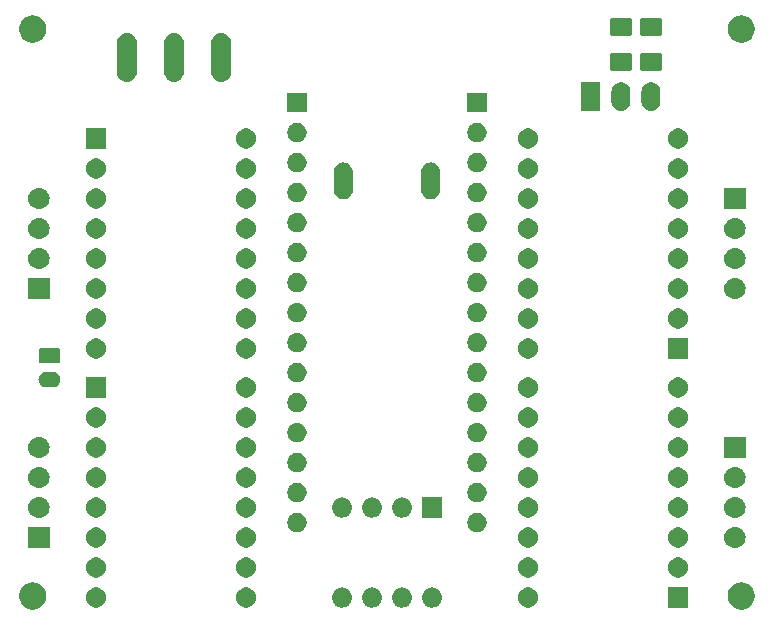
<source format=gbr>
G04 #@! TF.GenerationSoftware,KiCad,Pcbnew,(5.1.4)-1*
G04 #@! TF.CreationDate,2020-11-13T20:24:30+01:00*
G04 #@! TF.ProjectId,Shield BR,53686965-6c64-4204-9252-2e6b69636164,rev?*
G04 #@! TF.SameCoordinates,Original*
G04 #@! TF.FileFunction,Soldermask,Bot*
G04 #@! TF.FilePolarity,Negative*
%FSLAX46Y46*%
G04 Gerber Fmt 4.6, Leading zero omitted, Abs format (unit mm)*
G04 Created by KiCad (PCBNEW (5.1.4)-1) date 2020-11-13 20:24:30*
%MOMM*%
%LPD*%
G04 APERTURE LIST*
%ADD10C,0.100000*%
G04 APERTURE END LIST*
D10*
G36*
X141476049Y-116597116D02*
G01*
X141587234Y-116619232D01*
X141796703Y-116705997D01*
X141985220Y-116831960D01*
X142145540Y-116992280D01*
X142271503Y-117180797D01*
X142354398Y-117380922D01*
X142358268Y-117390267D01*
X142402500Y-117612635D01*
X142402500Y-117839365D01*
X142358268Y-118061733D01*
X142276518Y-118259097D01*
X142271503Y-118271203D01*
X142145540Y-118459720D01*
X141985220Y-118620040D01*
X141796703Y-118746003D01*
X141587234Y-118832768D01*
X141476049Y-118854884D01*
X141364865Y-118877000D01*
X141138135Y-118877000D01*
X141026951Y-118854884D01*
X140915766Y-118832768D01*
X140706297Y-118746003D01*
X140517780Y-118620040D01*
X140357460Y-118459720D01*
X140231497Y-118271203D01*
X140226483Y-118259097D01*
X140144732Y-118061733D01*
X140100500Y-117839365D01*
X140100500Y-117612635D01*
X140144732Y-117390267D01*
X140148603Y-117380922D01*
X140231497Y-117180797D01*
X140357460Y-116992280D01*
X140517780Y-116831960D01*
X140706297Y-116705997D01*
X140915766Y-116619232D01*
X141026951Y-116597116D01*
X141138135Y-116575000D01*
X141364865Y-116575000D01*
X141476049Y-116597116D01*
X141476049Y-116597116D01*
G37*
G36*
X81476049Y-116597116D02*
G01*
X81587234Y-116619232D01*
X81796703Y-116705997D01*
X81985220Y-116831960D01*
X82145540Y-116992280D01*
X82271503Y-117180797D01*
X82354398Y-117380922D01*
X82358268Y-117390267D01*
X82402500Y-117612635D01*
X82402500Y-117839365D01*
X82358268Y-118061733D01*
X82276518Y-118259097D01*
X82271503Y-118271203D01*
X82145540Y-118459720D01*
X81985220Y-118620040D01*
X81796703Y-118746003D01*
X81587234Y-118832768D01*
X81476049Y-118854884D01*
X81364865Y-118877000D01*
X81138135Y-118877000D01*
X81026951Y-118854884D01*
X80915766Y-118832768D01*
X80706297Y-118746003D01*
X80517780Y-118620040D01*
X80357460Y-118459720D01*
X80231497Y-118271203D01*
X80226483Y-118259097D01*
X80144732Y-118061733D01*
X80100500Y-117839365D01*
X80100500Y-117612635D01*
X80144732Y-117390267D01*
X80148603Y-117380922D01*
X80231497Y-117180797D01*
X80357460Y-116992280D01*
X80517780Y-116831960D01*
X80706297Y-116705997D01*
X80915766Y-116619232D01*
X81026951Y-116597116D01*
X81138135Y-116575000D01*
X81364865Y-116575000D01*
X81476049Y-116597116D01*
X81476049Y-116597116D01*
G37*
G36*
X86862228Y-117037703D02*
G01*
X87017100Y-117101853D01*
X87156481Y-117194985D01*
X87275015Y-117313519D01*
X87368147Y-117452900D01*
X87432297Y-117607772D01*
X87465000Y-117772184D01*
X87465000Y-117939816D01*
X87432297Y-118104228D01*
X87368147Y-118259100D01*
X87275015Y-118398481D01*
X87156481Y-118517015D01*
X87017100Y-118610147D01*
X86862228Y-118674297D01*
X86697816Y-118707000D01*
X86530184Y-118707000D01*
X86365772Y-118674297D01*
X86210900Y-118610147D01*
X86071519Y-118517015D01*
X85952985Y-118398481D01*
X85859853Y-118259100D01*
X85795703Y-118104228D01*
X85763000Y-117939816D01*
X85763000Y-117772184D01*
X85795703Y-117607772D01*
X85859853Y-117452900D01*
X85952985Y-117313519D01*
X86071519Y-117194985D01*
X86210900Y-117101853D01*
X86365772Y-117037703D01*
X86530184Y-117005000D01*
X86697816Y-117005000D01*
X86862228Y-117037703D01*
X86862228Y-117037703D01*
G37*
G36*
X136741000Y-118707000D02*
G01*
X135039000Y-118707000D01*
X135039000Y-117005000D01*
X136741000Y-117005000D01*
X136741000Y-118707000D01*
X136741000Y-118707000D01*
G37*
G36*
X123438228Y-117037703D02*
G01*
X123593100Y-117101853D01*
X123732481Y-117194985D01*
X123851015Y-117313519D01*
X123944147Y-117452900D01*
X124008297Y-117607772D01*
X124041000Y-117772184D01*
X124041000Y-117939816D01*
X124008297Y-118104228D01*
X123944147Y-118259100D01*
X123851015Y-118398481D01*
X123732481Y-118517015D01*
X123593100Y-118610147D01*
X123438228Y-118674297D01*
X123273816Y-118707000D01*
X123106184Y-118707000D01*
X122941772Y-118674297D01*
X122786900Y-118610147D01*
X122647519Y-118517015D01*
X122528985Y-118398481D01*
X122435853Y-118259100D01*
X122371703Y-118104228D01*
X122339000Y-117939816D01*
X122339000Y-117772184D01*
X122371703Y-117607772D01*
X122435853Y-117452900D01*
X122528985Y-117313519D01*
X122647519Y-117194985D01*
X122786900Y-117101853D01*
X122941772Y-117037703D01*
X123106184Y-117005000D01*
X123273816Y-117005000D01*
X123438228Y-117037703D01*
X123438228Y-117037703D01*
G37*
G36*
X99562228Y-117037703D02*
G01*
X99717100Y-117101853D01*
X99856481Y-117194985D01*
X99975015Y-117313519D01*
X100068147Y-117452900D01*
X100132297Y-117607772D01*
X100165000Y-117772184D01*
X100165000Y-117939816D01*
X100132297Y-118104228D01*
X100068147Y-118259100D01*
X99975015Y-118398481D01*
X99856481Y-118517015D01*
X99717100Y-118610147D01*
X99562228Y-118674297D01*
X99397816Y-118707000D01*
X99230184Y-118707000D01*
X99065772Y-118674297D01*
X98910900Y-118610147D01*
X98771519Y-118517015D01*
X98652985Y-118398481D01*
X98559853Y-118259100D01*
X98495703Y-118104228D01*
X98463000Y-117939816D01*
X98463000Y-117772184D01*
X98495703Y-117607772D01*
X98559853Y-117452900D01*
X98652985Y-117313519D01*
X98771519Y-117194985D01*
X98910900Y-117101853D01*
X99065772Y-117037703D01*
X99230184Y-117005000D01*
X99397816Y-117005000D01*
X99562228Y-117037703D01*
X99562228Y-117037703D01*
G37*
G36*
X107608823Y-117017313D02*
G01*
X107769242Y-117065976D01*
X107836361Y-117101852D01*
X107917078Y-117144996D01*
X108046659Y-117251341D01*
X108153004Y-117380922D01*
X108153005Y-117380924D01*
X108232024Y-117528758D01*
X108280687Y-117689177D01*
X108297117Y-117856000D01*
X108280687Y-118022823D01*
X108232024Y-118183242D01*
X108191477Y-118259100D01*
X108153004Y-118331078D01*
X108046659Y-118460659D01*
X107917078Y-118567004D01*
X107917076Y-118567005D01*
X107769242Y-118646024D01*
X107608823Y-118694687D01*
X107483804Y-118707000D01*
X107400196Y-118707000D01*
X107275177Y-118694687D01*
X107114758Y-118646024D01*
X106966924Y-118567005D01*
X106966922Y-118567004D01*
X106837341Y-118460659D01*
X106730996Y-118331078D01*
X106692523Y-118259100D01*
X106651976Y-118183242D01*
X106603313Y-118022823D01*
X106586883Y-117856000D01*
X106603313Y-117689177D01*
X106651976Y-117528758D01*
X106730995Y-117380924D01*
X106730996Y-117380922D01*
X106837341Y-117251341D01*
X106966922Y-117144996D01*
X107047639Y-117101852D01*
X107114758Y-117065976D01*
X107275177Y-117017313D01*
X107400196Y-117005000D01*
X107483804Y-117005000D01*
X107608823Y-117017313D01*
X107608823Y-117017313D01*
G37*
G36*
X112688823Y-117017313D02*
G01*
X112849242Y-117065976D01*
X112916361Y-117101852D01*
X112997078Y-117144996D01*
X113126659Y-117251341D01*
X113233004Y-117380922D01*
X113233005Y-117380924D01*
X113312024Y-117528758D01*
X113360687Y-117689177D01*
X113377117Y-117856000D01*
X113360687Y-118022823D01*
X113312024Y-118183242D01*
X113271477Y-118259100D01*
X113233004Y-118331078D01*
X113126659Y-118460659D01*
X112997078Y-118567004D01*
X112997076Y-118567005D01*
X112849242Y-118646024D01*
X112688823Y-118694687D01*
X112563804Y-118707000D01*
X112480196Y-118707000D01*
X112355177Y-118694687D01*
X112194758Y-118646024D01*
X112046924Y-118567005D01*
X112046922Y-118567004D01*
X111917341Y-118460659D01*
X111810996Y-118331078D01*
X111772523Y-118259100D01*
X111731976Y-118183242D01*
X111683313Y-118022823D01*
X111666883Y-117856000D01*
X111683313Y-117689177D01*
X111731976Y-117528758D01*
X111810995Y-117380924D01*
X111810996Y-117380922D01*
X111917341Y-117251341D01*
X112046922Y-117144996D01*
X112127639Y-117101852D01*
X112194758Y-117065976D01*
X112355177Y-117017313D01*
X112480196Y-117005000D01*
X112563804Y-117005000D01*
X112688823Y-117017313D01*
X112688823Y-117017313D01*
G37*
G36*
X115228823Y-117017313D02*
G01*
X115389242Y-117065976D01*
X115456361Y-117101852D01*
X115537078Y-117144996D01*
X115666659Y-117251341D01*
X115773004Y-117380922D01*
X115773005Y-117380924D01*
X115852024Y-117528758D01*
X115900687Y-117689177D01*
X115917117Y-117856000D01*
X115900687Y-118022823D01*
X115852024Y-118183242D01*
X115811477Y-118259100D01*
X115773004Y-118331078D01*
X115666659Y-118460659D01*
X115537078Y-118567004D01*
X115537076Y-118567005D01*
X115389242Y-118646024D01*
X115228823Y-118694687D01*
X115103804Y-118707000D01*
X115020196Y-118707000D01*
X114895177Y-118694687D01*
X114734758Y-118646024D01*
X114586924Y-118567005D01*
X114586922Y-118567004D01*
X114457341Y-118460659D01*
X114350996Y-118331078D01*
X114312523Y-118259100D01*
X114271976Y-118183242D01*
X114223313Y-118022823D01*
X114206883Y-117856000D01*
X114223313Y-117689177D01*
X114271976Y-117528758D01*
X114350995Y-117380924D01*
X114350996Y-117380922D01*
X114457341Y-117251341D01*
X114586922Y-117144996D01*
X114667639Y-117101852D01*
X114734758Y-117065976D01*
X114895177Y-117017313D01*
X115020196Y-117005000D01*
X115103804Y-117005000D01*
X115228823Y-117017313D01*
X115228823Y-117017313D01*
G37*
G36*
X110148823Y-117017313D02*
G01*
X110309242Y-117065976D01*
X110376361Y-117101852D01*
X110457078Y-117144996D01*
X110586659Y-117251341D01*
X110693004Y-117380922D01*
X110693005Y-117380924D01*
X110772024Y-117528758D01*
X110820687Y-117689177D01*
X110837117Y-117856000D01*
X110820687Y-118022823D01*
X110772024Y-118183242D01*
X110731477Y-118259100D01*
X110693004Y-118331078D01*
X110586659Y-118460659D01*
X110457078Y-118567004D01*
X110457076Y-118567005D01*
X110309242Y-118646024D01*
X110148823Y-118694687D01*
X110023804Y-118707000D01*
X109940196Y-118707000D01*
X109815177Y-118694687D01*
X109654758Y-118646024D01*
X109506924Y-118567005D01*
X109506922Y-118567004D01*
X109377341Y-118460659D01*
X109270996Y-118331078D01*
X109232523Y-118259100D01*
X109191976Y-118183242D01*
X109143313Y-118022823D01*
X109126883Y-117856000D01*
X109143313Y-117689177D01*
X109191976Y-117528758D01*
X109270995Y-117380924D01*
X109270996Y-117380922D01*
X109377341Y-117251341D01*
X109506922Y-117144996D01*
X109587639Y-117101852D01*
X109654758Y-117065976D01*
X109815177Y-117017313D01*
X109940196Y-117005000D01*
X110023804Y-117005000D01*
X110148823Y-117017313D01*
X110148823Y-117017313D01*
G37*
G36*
X86862228Y-114497703D02*
G01*
X87017100Y-114561853D01*
X87156481Y-114654985D01*
X87275015Y-114773519D01*
X87368147Y-114912900D01*
X87432297Y-115067772D01*
X87465000Y-115232184D01*
X87465000Y-115399816D01*
X87432297Y-115564228D01*
X87368147Y-115719100D01*
X87275015Y-115858481D01*
X87156481Y-115977015D01*
X87017100Y-116070147D01*
X86862228Y-116134297D01*
X86697816Y-116167000D01*
X86530184Y-116167000D01*
X86365772Y-116134297D01*
X86210900Y-116070147D01*
X86071519Y-115977015D01*
X85952985Y-115858481D01*
X85859853Y-115719100D01*
X85795703Y-115564228D01*
X85763000Y-115399816D01*
X85763000Y-115232184D01*
X85795703Y-115067772D01*
X85859853Y-114912900D01*
X85952985Y-114773519D01*
X86071519Y-114654985D01*
X86210900Y-114561853D01*
X86365772Y-114497703D01*
X86530184Y-114465000D01*
X86697816Y-114465000D01*
X86862228Y-114497703D01*
X86862228Y-114497703D01*
G37*
G36*
X123438228Y-114497703D02*
G01*
X123593100Y-114561853D01*
X123732481Y-114654985D01*
X123851015Y-114773519D01*
X123944147Y-114912900D01*
X124008297Y-115067772D01*
X124041000Y-115232184D01*
X124041000Y-115399816D01*
X124008297Y-115564228D01*
X123944147Y-115719100D01*
X123851015Y-115858481D01*
X123732481Y-115977015D01*
X123593100Y-116070147D01*
X123438228Y-116134297D01*
X123273816Y-116167000D01*
X123106184Y-116167000D01*
X122941772Y-116134297D01*
X122786900Y-116070147D01*
X122647519Y-115977015D01*
X122528985Y-115858481D01*
X122435853Y-115719100D01*
X122371703Y-115564228D01*
X122339000Y-115399816D01*
X122339000Y-115232184D01*
X122371703Y-115067772D01*
X122435853Y-114912900D01*
X122528985Y-114773519D01*
X122647519Y-114654985D01*
X122786900Y-114561853D01*
X122941772Y-114497703D01*
X123106184Y-114465000D01*
X123273816Y-114465000D01*
X123438228Y-114497703D01*
X123438228Y-114497703D01*
G37*
G36*
X136138228Y-114497703D02*
G01*
X136293100Y-114561853D01*
X136432481Y-114654985D01*
X136551015Y-114773519D01*
X136644147Y-114912900D01*
X136708297Y-115067772D01*
X136741000Y-115232184D01*
X136741000Y-115399816D01*
X136708297Y-115564228D01*
X136644147Y-115719100D01*
X136551015Y-115858481D01*
X136432481Y-115977015D01*
X136293100Y-116070147D01*
X136138228Y-116134297D01*
X135973816Y-116167000D01*
X135806184Y-116167000D01*
X135641772Y-116134297D01*
X135486900Y-116070147D01*
X135347519Y-115977015D01*
X135228985Y-115858481D01*
X135135853Y-115719100D01*
X135071703Y-115564228D01*
X135039000Y-115399816D01*
X135039000Y-115232184D01*
X135071703Y-115067772D01*
X135135853Y-114912900D01*
X135228985Y-114773519D01*
X135347519Y-114654985D01*
X135486900Y-114561853D01*
X135641772Y-114497703D01*
X135806184Y-114465000D01*
X135973816Y-114465000D01*
X136138228Y-114497703D01*
X136138228Y-114497703D01*
G37*
G36*
X99562228Y-114497703D02*
G01*
X99717100Y-114561853D01*
X99856481Y-114654985D01*
X99975015Y-114773519D01*
X100068147Y-114912900D01*
X100132297Y-115067772D01*
X100165000Y-115232184D01*
X100165000Y-115399816D01*
X100132297Y-115564228D01*
X100068147Y-115719100D01*
X99975015Y-115858481D01*
X99856481Y-115977015D01*
X99717100Y-116070147D01*
X99562228Y-116134297D01*
X99397816Y-116167000D01*
X99230184Y-116167000D01*
X99065772Y-116134297D01*
X98910900Y-116070147D01*
X98771519Y-115977015D01*
X98652985Y-115858481D01*
X98559853Y-115719100D01*
X98495703Y-115564228D01*
X98463000Y-115399816D01*
X98463000Y-115232184D01*
X98495703Y-115067772D01*
X98559853Y-114912900D01*
X98652985Y-114773519D01*
X98771519Y-114654985D01*
X98910900Y-114561853D01*
X99065772Y-114497703D01*
X99230184Y-114465000D01*
X99397816Y-114465000D01*
X99562228Y-114497703D01*
X99562228Y-114497703D01*
G37*
G36*
X82689000Y-113677000D02*
G01*
X80887000Y-113677000D01*
X80887000Y-111875000D01*
X82689000Y-111875000D01*
X82689000Y-113677000D01*
X82689000Y-113677000D01*
G37*
G36*
X140826442Y-111881518D02*
G01*
X140892627Y-111888037D01*
X141062466Y-111939557D01*
X141218991Y-112023222D01*
X141254729Y-112052552D01*
X141356186Y-112135814D01*
X141432767Y-112229130D01*
X141468778Y-112273009D01*
X141552443Y-112429534D01*
X141603963Y-112599373D01*
X141621359Y-112776000D01*
X141603963Y-112952627D01*
X141552443Y-113122466D01*
X141468778Y-113278991D01*
X141439448Y-113314729D01*
X141356186Y-113416186D01*
X141254729Y-113499448D01*
X141218991Y-113528778D01*
X141062466Y-113612443D01*
X140892627Y-113663963D01*
X140826443Y-113670481D01*
X140760260Y-113677000D01*
X140671740Y-113677000D01*
X140605557Y-113670481D01*
X140539373Y-113663963D01*
X140369534Y-113612443D01*
X140213009Y-113528778D01*
X140177271Y-113499448D01*
X140075814Y-113416186D01*
X139992552Y-113314729D01*
X139963222Y-113278991D01*
X139879557Y-113122466D01*
X139828037Y-112952627D01*
X139810641Y-112776000D01*
X139828037Y-112599373D01*
X139879557Y-112429534D01*
X139963222Y-112273009D01*
X139999233Y-112229130D01*
X140075814Y-112135814D01*
X140177271Y-112052552D01*
X140213009Y-112023222D01*
X140369534Y-111939557D01*
X140539373Y-111888037D01*
X140605558Y-111881518D01*
X140671740Y-111875000D01*
X140760260Y-111875000D01*
X140826442Y-111881518D01*
X140826442Y-111881518D01*
G37*
G36*
X136138228Y-111957703D02*
G01*
X136293100Y-112021853D01*
X136432481Y-112114985D01*
X136551015Y-112233519D01*
X136644147Y-112372900D01*
X136708297Y-112527772D01*
X136741000Y-112692184D01*
X136741000Y-112859816D01*
X136708297Y-113024228D01*
X136644147Y-113179100D01*
X136551015Y-113318481D01*
X136432481Y-113437015D01*
X136293100Y-113530147D01*
X136138228Y-113594297D01*
X135973816Y-113627000D01*
X135806184Y-113627000D01*
X135641772Y-113594297D01*
X135486900Y-113530147D01*
X135347519Y-113437015D01*
X135228985Y-113318481D01*
X135135853Y-113179100D01*
X135071703Y-113024228D01*
X135039000Y-112859816D01*
X135039000Y-112692184D01*
X135071703Y-112527772D01*
X135135853Y-112372900D01*
X135228985Y-112233519D01*
X135347519Y-112114985D01*
X135486900Y-112021853D01*
X135641772Y-111957703D01*
X135806184Y-111925000D01*
X135973816Y-111925000D01*
X136138228Y-111957703D01*
X136138228Y-111957703D01*
G37*
G36*
X123438228Y-111957703D02*
G01*
X123593100Y-112021853D01*
X123732481Y-112114985D01*
X123851015Y-112233519D01*
X123944147Y-112372900D01*
X124008297Y-112527772D01*
X124041000Y-112692184D01*
X124041000Y-112859816D01*
X124008297Y-113024228D01*
X123944147Y-113179100D01*
X123851015Y-113318481D01*
X123732481Y-113437015D01*
X123593100Y-113530147D01*
X123438228Y-113594297D01*
X123273816Y-113627000D01*
X123106184Y-113627000D01*
X122941772Y-113594297D01*
X122786900Y-113530147D01*
X122647519Y-113437015D01*
X122528985Y-113318481D01*
X122435853Y-113179100D01*
X122371703Y-113024228D01*
X122339000Y-112859816D01*
X122339000Y-112692184D01*
X122371703Y-112527772D01*
X122435853Y-112372900D01*
X122528985Y-112233519D01*
X122647519Y-112114985D01*
X122786900Y-112021853D01*
X122941772Y-111957703D01*
X123106184Y-111925000D01*
X123273816Y-111925000D01*
X123438228Y-111957703D01*
X123438228Y-111957703D01*
G37*
G36*
X86862228Y-111957703D02*
G01*
X87017100Y-112021853D01*
X87156481Y-112114985D01*
X87275015Y-112233519D01*
X87368147Y-112372900D01*
X87432297Y-112527772D01*
X87465000Y-112692184D01*
X87465000Y-112859816D01*
X87432297Y-113024228D01*
X87368147Y-113179100D01*
X87275015Y-113318481D01*
X87156481Y-113437015D01*
X87017100Y-113530147D01*
X86862228Y-113594297D01*
X86697816Y-113627000D01*
X86530184Y-113627000D01*
X86365772Y-113594297D01*
X86210900Y-113530147D01*
X86071519Y-113437015D01*
X85952985Y-113318481D01*
X85859853Y-113179100D01*
X85795703Y-113024228D01*
X85763000Y-112859816D01*
X85763000Y-112692184D01*
X85795703Y-112527772D01*
X85859853Y-112372900D01*
X85952985Y-112233519D01*
X86071519Y-112114985D01*
X86210900Y-112021853D01*
X86365772Y-111957703D01*
X86530184Y-111925000D01*
X86697816Y-111925000D01*
X86862228Y-111957703D01*
X86862228Y-111957703D01*
G37*
G36*
X99562228Y-111957703D02*
G01*
X99717100Y-112021853D01*
X99856481Y-112114985D01*
X99975015Y-112233519D01*
X100068147Y-112372900D01*
X100132297Y-112527772D01*
X100165000Y-112692184D01*
X100165000Y-112859816D01*
X100132297Y-113024228D01*
X100068147Y-113179100D01*
X99975015Y-113318481D01*
X99856481Y-113437015D01*
X99717100Y-113530147D01*
X99562228Y-113594297D01*
X99397816Y-113627000D01*
X99230184Y-113627000D01*
X99065772Y-113594297D01*
X98910900Y-113530147D01*
X98771519Y-113437015D01*
X98652985Y-113318481D01*
X98559853Y-113179100D01*
X98495703Y-113024228D01*
X98463000Y-112859816D01*
X98463000Y-112692184D01*
X98495703Y-112527772D01*
X98559853Y-112372900D01*
X98652985Y-112233519D01*
X98771519Y-112114985D01*
X98910900Y-112021853D01*
X99065772Y-111957703D01*
X99230184Y-111925000D01*
X99397816Y-111925000D01*
X99562228Y-111957703D01*
X99562228Y-111957703D01*
G37*
G36*
X119109517Y-110721358D02*
G01*
X119258021Y-110782870D01*
X119258022Y-110782871D01*
X119391667Y-110872169D01*
X119505331Y-110985833D01*
X119563201Y-111072442D01*
X119594630Y-111119479D01*
X119596487Y-111123963D01*
X119656142Y-111267983D01*
X119687500Y-111425630D01*
X119687500Y-111586370D01*
X119656142Y-111744017D01*
X119625385Y-111818270D01*
X119594630Y-111892521D01*
X119594629Y-111892522D01*
X119505331Y-112026167D01*
X119391667Y-112139831D01*
X119291433Y-112206804D01*
X119258021Y-112229130D01*
X119109517Y-112290642D01*
X118951870Y-112322000D01*
X118791130Y-112322000D01*
X118633483Y-112290642D01*
X118484979Y-112229130D01*
X118451567Y-112206804D01*
X118351333Y-112139831D01*
X118237669Y-112026167D01*
X118148371Y-111892522D01*
X118148370Y-111892521D01*
X118086858Y-111744017D01*
X118055500Y-111586370D01*
X118055500Y-111425630D01*
X118086858Y-111267983D01*
X118146513Y-111123963D01*
X118148370Y-111119479D01*
X118179799Y-111072442D01*
X118237669Y-110985833D01*
X118351333Y-110872169D01*
X118484978Y-110782871D01*
X118484979Y-110782870D01*
X118633483Y-110721358D01*
X118791130Y-110690000D01*
X118951870Y-110690000D01*
X119109517Y-110721358D01*
X119109517Y-110721358D01*
G37*
G36*
X103869517Y-110721358D02*
G01*
X104018021Y-110782870D01*
X104018022Y-110782871D01*
X104151667Y-110872169D01*
X104265331Y-110985833D01*
X104323201Y-111072442D01*
X104354630Y-111119479D01*
X104356487Y-111123963D01*
X104416142Y-111267983D01*
X104447500Y-111425630D01*
X104447500Y-111586370D01*
X104416142Y-111744017D01*
X104385385Y-111818270D01*
X104354630Y-111892521D01*
X104354629Y-111892522D01*
X104265331Y-112026167D01*
X104151667Y-112139831D01*
X104051433Y-112206804D01*
X104018021Y-112229130D01*
X103869517Y-112290642D01*
X103711870Y-112322000D01*
X103551130Y-112322000D01*
X103393483Y-112290642D01*
X103244979Y-112229130D01*
X103211567Y-112206804D01*
X103111333Y-112139831D01*
X102997669Y-112026167D01*
X102908371Y-111892522D01*
X102908370Y-111892521D01*
X102846858Y-111744017D01*
X102815500Y-111586370D01*
X102815500Y-111425630D01*
X102846858Y-111267983D01*
X102906513Y-111123963D01*
X102908370Y-111119479D01*
X102939799Y-111072442D01*
X102997669Y-110985833D01*
X103111333Y-110872169D01*
X103244978Y-110782871D01*
X103244979Y-110782870D01*
X103393483Y-110721358D01*
X103551130Y-110690000D01*
X103711870Y-110690000D01*
X103869517Y-110721358D01*
X103869517Y-110721358D01*
G37*
G36*
X140826442Y-109341518D02*
G01*
X140892627Y-109348037D01*
X141062466Y-109399557D01*
X141218991Y-109483222D01*
X141254729Y-109512552D01*
X141356186Y-109595814D01*
X141432767Y-109689130D01*
X141468778Y-109733009D01*
X141552443Y-109889534D01*
X141603963Y-110059373D01*
X141621359Y-110236000D01*
X141603963Y-110412627D01*
X141552443Y-110582466D01*
X141468778Y-110738991D01*
X141439448Y-110774729D01*
X141356186Y-110876186D01*
X141254729Y-110959448D01*
X141218991Y-110988778D01*
X141062466Y-111072443D01*
X140892627Y-111123963D01*
X140826442Y-111130482D01*
X140760260Y-111137000D01*
X140671740Y-111137000D01*
X140605558Y-111130482D01*
X140539373Y-111123963D01*
X140369534Y-111072443D01*
X140213009Y-110988778D01*
X140177271Y-110959448D01*
X140075814Y-110876186D01*
X139992552Y-110774729D01*
X139963222Y-110738991D01*
X139879557Y-110582466D01*
X139828037Y-110412627D01*
X139810641Y-110236000D01*
X139828037Y-110059373D01*
X139879557Y-109889534D01*
X139963222Y-109733009D01*
X139999233Y-109689130D01*
X140075814Y-109595814D01*
X140177271Y-109512552D01*
X140213009Y-109483222D01*
X140369534Y-109399557D01*
X140539373Y-109348037D01*
X140605558Y-109341518D01*
X140671740Y-109335000D01*
X140760260Y-109335000D01*
X140826442Y-109341518D01*
X140826442Y-109341518D01*
G37*
G36*
X81898442Y-109341518D02*
G01*
X81964627Y-109348037D01*
X82134466Y-109399557D01*
X82290991Y-109483222D01*
X82326729Y-109512552D01*
X82428186Y-109595814D01*
X82504767Y-109689130D01*
X82540778Y-109733009D01*
X82624443Y-109889534D01*
X82675963Y-110059373D01*
X82693359Y-110236000D01*
X82675963Y-110412627D01*
X82624443Y-110582466D01*
X82540778Y-110738991D01*
X82511448Y-110774729D01*
X82428186Y-110876186D01*
X82326729Y-110959448D01*
X82290991Y-110988778D01*
X82134466Y-111072443D01*
X81964627Y-111123963D01*
X81898442Y-111130482D01*
X81832260Y-111137000D01*
X81743740Y-111137000D01*
X81677558Y-111130482D01*
X81611373Y-111123963D01*
X81441534Y-111072443D01*
X81285009Y-110988778D01*
X81249271Y-110959448D01*
X81147814Y-110876186D01*
X81064552Y-110774729D01*
X81035222Y-110738991D01*
X80951557Y-110582466D01*
X80900037Y-110412627D01*
X80882641Y-110236000D01*
X80900037Y-110059373D01*
X80951557Y-109889534D01*
X81035222Y-109733009D01*
X81071233Y-109689130D01*
X81147814Y-109595814D01*
X81249271Y-109512552D01*
X81285009Y-109483222D01*
X81441534Y-109399557D01*
X81611373Y-109348037D01*
X81677558Y-109341518D01*
X81743740Y-109335000D01*
X81832260Y-109335000D01*
X81898442Y-109341518D01*
X81898442Y-109341518D01*
G37*
G36*
X136138228Y-109417703D02*
G01*
X136293100Y-109481853D01*
X136432481Y-109574985D01*
X136551015Y-109693519D01*
X136644147Y-109832900D01*
X136708297Y-109987772D01*
X136741000Y-110152184D01*
X136741000Y-110319816D01*
X136708297Y-110484228D01*
X136644147Y-110639100D01*
X136551015Y-110778481D01*
X136432481Y-110897015D01*
X136293100Y-110990147D01*
X136138228Y-111054297D01*
X135973816Y-111087000D01*
X135806184Y-111087000D01*
X135641772Y-111054297D01*
X135486900Y-110990147D01*
X135347519Y-110897015D01*
X135228985Y-110778481D01*
X135135853Y-110639100D01*
X135071703Y-110484228D01*
X135039000Y-110319816D01*
X135039000Y-110152184D01*
X135071703Y-109987772D01*
X135135853Y-109832900D01*
X135228985Y-109693519D01*
X135347519Y-109574985D01*
X135486900Y-109481853D01*
X135641772Y-109417703D01*
X135806184Y-109385000D01*
X135973816Y-109385000D01*
X136138228Y-109417703D01*
X136138228Y-109417703D01*
G37*
G36*
X110148823Y-109397313D02*
G01*
X110309242Y-109445976D01*
X110441906Y-109516886D01*
X110457078Y-109524996D01*
X110586659Y-109631341D01*
X110693004Y-109760922D01*
X110693005Y-109760924D01*
X110772024Y-109908758D01*
X110820687Y-110069177D01*
X110837117Y-110236000D01*
X110820687Y-110402823D01*
X110772024Y-110563242D01*
X110731477Y-110639100D01*
X110693004Y-110711078D01*
X110586659Y-110840659D01*
X110457078Y-110947004D01*
X110457076Y-110947005D01*
X110309242Y-111026024D01*
X110148823Y-111074687D01*
X110023804Y-111087000D01*
X109940196Y-111087000D01*
X109815177Y-111074687D01*
X109654758Y-111026024D01*
X109506924Y-110947005D01*
X109506922Y-110947004D01*
X109377341Y-110840659D01*
X109270996Y-110711078D01*
X109232523Y-110639100D01*
X109191976Y-110563242D01*
X109143313Y-110402823D01*
X109126883Y-110236000D01*
X109143313Y-110069177D01*
X109191976Y-109908758D01*
X109270995Y-109760924D01*
X109270996Y-109760922D01*
X109377341Y-109631341D01*
X109506922Y-109524996D01*
X109522094Y-109516886D01*
X109654758Y-109445976D01*
X109815177Y-109397313D01*
X109940196Y-109385000D01*
X110023804Y-109385000D01*
X110148823Y-109397313D01*
X110148823Y-109397313D01*
G37*
G36*
X86862228Y-109417703D02*
G01*
X87017100Y-109481853D01*
X87156481Y-109574985D01*
X87275015Y-109693519D01*
X87368147Y-109832900D01*
X87432297Y-109987772D01*
X87465000Y-110152184D01*
X87465000Y-110319816D01*
X87432297Y-110484228D01*
X87368147Y-110639100D01*
X87275015Y-110778481D01*
X87156481Y-110897015D01*
X87017100Y-110990147D01*
X86862228Y-111054297D01*
X86697816Y-111087000D01*
X86530184Y-111087000D01*
X86365772Y-111054297D01*
X86210900Y-110990147D01*
X86071519Y-110897015D01*
X85952985Y-110778481D01*
X85859853Y-110639100D01*
X85795703Y-110484228D01*
X85763000Y-110319816D01*
X85763000Y-110152184D01*
X85795703Y-109987772D01*
X85859853Y-109832900D01*
X85952985Y-109693519D01*
X86071519Y-109574985D01*
X86210900Y-109481853D01*
X86365772Y-109417703D01*
X86530184Y-109385000D01*
X86697816Y-109385000D01*
X86862228Y-109417703D01*
X86862228Y-109417703D01*
G37*
G36*
X107608823Y-109397313D02*
G01*
X107769242Y-109445976D01*
X107901906Y-109516886D01*
X107917078Y-109524996D01*
X108046659Y-109631341D01*
X108153004Y-109760922D01*
X108153005Y-109760924D01*
X108232024Y-109908758D01*
X108280687Y-110069177D01*
X108297117Y-110236000D01*
X108280687Y-110402823D01*
X108232024Y-110563242D01*
X108191477Y-110639100D01*
X108153004Y-110711078D01*
X108046659Y-110840659D01*
X107917078Y-110947004D01*
X107917076Y-110947005D01*
X107769242Y-111026024D01*
X107608823Y-111074687D01*
X107483804Y-111087000D01*
X107400196Y-111087000D01*
X107275177Y-111074687D01*
X107114758Y-111026024D01*
X106966924Y-110947005D01*
X106966922Y-110947004D01*
X106837341Y-110840659D01*
X106730996Y-110711078D01*
X106692523Y-110639100D01*
X106651976Y-110563242D01*
X106603313Y-110402823D01*
X106586883Y-110236000D01*
X106603313Y-110069177D01*
X106651976Y-109908758D01*
X106730995Y-109760924D01*
X106730996Y-109760922D01*
X106837341Y-109631341D01*
X106966922Y-109524996D01*
X106982094Y-109516886D01*
X107114758Y-109445976D01*
X107275177Y-109397313D01*
X107400196Y-109385000D01*
X107483804Y-109385000D01*
X107608823Y-109397313D01*
X107608823Y-109397313D01*
G37*
G36*
X123438228Y-109417703D02*
G01*
X123593100Y-109481853D01*
X123732481Y-109574985D01*
X123851015Y-109693519D01*
X123944147Y-109832900D01*
X124008297Y-109987772D01*
X124041000Y-110152184D01*
X124041000Y-110319816D01*
X124008297Y-110484228D01*
X123944147Y-110639100D01*
X123851015Y-110778481D01*
X123732481Y-110897015D01*
X123593100Y-110990147D01*
X123438228Y-111054297D01*
X123273816Y-111087000D01*
X123106184Y-111087000D01*
X122941772Y-111054297D01*
X122786900Y-110990147D01*
X122647519Y-110897015D01*
X122528985Y-110778481D01*
X122435853Y-110639100D01*
X122371703Y-110484228D01*
X122339000Y-110319816D01*
X122339000Y-110152184D01*
X122371703Y-109987772D01*
X122435853Y-109832900D01*
X122528985Y-109693519D01*
X122647519Y-109574985D01*
X122786900Y-109481853D01*
X122941772Y-109417703D01*
X123106184Y-109385000D01*
X123273816Y-109385000D01*
X123438228Y-109417703D01*
X123438228Y-109417703D01*
G37*
G36*
X115913000Y-111087000D02*
G01*
X114211000Y-111087000D01*
X114211000Y-109385000D01*
X115913000Y-109385000D01*
X115913000Y-111087000D01*
X115913000Y-111087000D01*
G37*
G36*
X112688823Y-109397313D02*
G01*
X112849242Y-109445976D01*
X112981906Y-109516886D01*
X112997078Y-109524996D01*
X113126659Y-109631341D01*
X113233004Y-109760922D01*
X113233005Y-109760924D01*
X113312024Y-109908758D01*
X113360687Y-110069177D01*
X113377117Y-110236000D01*
X113360687Y-110402823D01*
X113312024Y-110563242D01*
X113271477Y-110639100D01*
X113233004Y-110711078D01*
X113126659Y-110840659D01*
X112997078Y-110947004D01*
X112997076Y-110947005D01*
X112849242Y-111026024D01*
X112688823Y-111074687D01*
X112563804Y-111087000D01*
X112480196Y-111087000D01*
X112355177Y-111074687D01*
X112194758Y-111026024D01*
X112046924Y-110947005D01*
X112046922Y-110947004D01*
X111917341Y-110840659D01*
X111810996Y-110711078D01*
X111772523Y-110639100D01*
X111731976Y-110563242D01*
X111683313Y-110402823D01*
X111666883Y-110236000D01*
X111683313Y-110069177D01*
X111731976Y-109908758D01*
X111810995Y-109760924D01*
X111810996Y-109760922D01*
X111917341Y-109631341D01*
X112046922Y-109524996D01*
X112062094Y-109516886D01*
X112194758Y-109445976D01*
X112355177Y-109397313D01*
X112480196Y-109385000D01*
X112563804Y-109385000D01*
X112688823Y-109397313D01*
X112688823Y-109397313D01*
G37*
G36*
X99562228Y-109417703D02*
G01*
X99717100Y-109481853D01*
X99856481Y-109574985D01*
X99975015Y-109693519D01*
X100068147Y-109832900D01*
X100132297Y-109987772D01*
X100165000Y-110152184D01*
X100165000Y-110319816D01*
X100132297Y-110484228D01*
X100068147Y-110639100D01*
X99975015Y-110778481D01*
X99856481Y-110897015D01*
X99717100Y-110990147D01*
X99562228Y-111054297D01*
X99397816Y-111087000D01*
X99230184Y-111087000D01*
X99065772Y-111054297D01*
X98910900Y-110990147D01*
X98771519Y-110897015D01*
X98652985Y-110778481D01*
X98559853Y-110639100D01*
X98495703Y-110484228D01*
X98463000Y-110319816D01*
X98463000Y-110152184D01*
X98495703Y-109987772D01*
X98559853Y-109832900D01*
X98652985Y-109693519D01*
X98771519Y-109574985D01*
X98910900Y-109481853D01*
X99065772Y-109417703D01*
X99230184Y-109385000D01*
X99397816Y-109385000D01*
X99562228Y-109417703D01*
X99562228Y-109417703D01*
G37*
G36*
X103869517Y-108181358D02*
G01*
X104018021Y-108242870D01*
X104018022Y-108242871D01*
X104151667Y-108332169D01*
X104265331Y-108445833D01*
X104323201Y-108532442D01*
X104354630Y-108579479D01*
X104356487Y-108583963D01*
X104416142Y-108727983D01*
X104447500Y-108885630D01*
X104447500Y-109046370D01*
X104416142Y-109204017D01*
X104354630Y-109352521D01*
X104354629Y-109352522D01*
X104265331Y-109486167D01*
X104151667Y-109599831D01*
X104051433Y-109666805D01*
X104018021Y-109689130D01*
X103869517Y-109750642D01*
X103711870Y-109782000D01*
X103551130Y-109782000D01*
X103393483Y-109750642D01*
X103244979Y-109689130D01*
X103211567Y-109666805D01*
X103111333Y-109599831D01*
X102997669Y-109486167D01*
X102908371Y-109352522D01*
X102908370Y-109352521D01*
X102846858Y-109204017D01*
X102815500Y-109046370D01*
X102815500Y-108885630D01*
X102846858Y-108727983D01*
X102906513Y-108583963D01*
X102908370Y-108579479D01*
X102939799Y-108532442D01*
X102997669Y-108445833D01*
X103111333Y-108332169D01*
X103244978Y-108242871D01*
X103244979Y-108242870D01*
X103393483Y-108181358D01*
X103551130Y-108150000D01*
X103711870Y-108150000D01*
X103869517Y-108181358D01*
X103869517Y-108181358D01*
G37*
G36*
X119109517Y-108181358D02*
G01*
X119258021Y-108242870D01*
X119258022Y-108242871D01*
X119391667Y-108332169D01*
X119505331Y-108445833D01*
X119563201Y-108532442D01*
X119594630Y-108579479D01*
X119596487Y-108583963D01*
X119656142Y-108727983D01*
X119687500Y-108885630D01*
X119687500Y-109046370D01*
X119656142Y-109204017D01*
X119594630Y-109352521D01*
X119594629Y-109352522D01*
X119505331Y-109486167D01*
X119391667Y-109599831D01*
X119291433Y-109666805D01*
X119258021Y-109689130D01*
X119109517Y-109750642D01*
X118951870Y-109782000D01*
X118791130Y-109782000D01*
X118633483Y-109750642D01*
X118484979Y-109689130D01*
X118451567Y-109666805D01*
X118351333Y-109599831D01*
X118237669Y-109486167D01*
X118148371Y-109352522D01*
X118148370Y-109352521D01*
X118117615Y-109278270D01*
X118086858Y-109204017D01*
X118055500Y-109046370D01*
X118055500Y-108885630D01*
X118086858Y-108727983D01*
X118146513Y-108583963D01*
X118148370Y-108579479D01*
X118179799Y-108532442D01*
X118237669Y-108445833D01*
X118351333Y-108332169D01*
X118484978Y-108242871D01*
X118484979Y-108242870D01*
X118633483Y-108181358D01*
X118791130Y-108150000D01*
X118951870Y-108150000D01*
X119109517Y-108181358D01*
X119109517Y-108181358D01*
G37*
G36*
X140826443Y-106801519D02*
G01*
X140892627Y-106808037D01*
X141062466Y-106859557D01*
X141218991Y-106943222D01*
X141254729Y-106972552D01*
X141356186Y-107055814D01*
X141432767Y-107149130D01*
X141468778Y-107193009D01*
X141552443Y-107349534D01*
X141603963Y-107519373D01*
X141621359Y-107696000D01*
X141603963Y-107872627D01*
X141552443Y-108042466D01*
X141468778Y-108198991D01*
X141439448Y-108234729D01*
X141356186Y-108336186D01*
X141254729Y-108419448D01*
X141218991Y-108448778D01*
X141062466Y-108532443D01*
X140892627Y-108583963D01*
X140826442Y-108590482D01*
X140760260Y-108597000D01*
X140671740Y-108597000D01*
X140605558Y-108590482D01*
X140539373Y-108583963D01*
X140369534Y-108532443D01*
X140213009Y-108448778D01*
X140177271Y-108419448D01*
X140075814Y-108336186D01*
X139992552Y-108234729D01*
X139963222Y-108198991D01*
X139879557Y-108042466D01*
X139828037Y-107872627D01*
X139810641Y-107696000D01*
X139828037Y-107519373D01*
X139879557Y-107349534D01*
X139963222Y-107193009D01*
X139999233Y-107149130D01*
X140075814Y-107055814D01*
X140177271Y-106972552D01*
X140213009Y-106943222D01*
X140369534Y-106859557D01*
X140539373Y-106808037D01*
X140605557Y-106801519D01*
X140671740Y-106795000D01*
X140760260Y-106795000D01*
X140826443Y-106801519D01*
X140826443Y-106801519D01*
G37*
G36*
X81898443Y-106801519D02*
G01*
X81964627Y-106808037D01*
X82134466Y-106859557D01*
X82290991Y-106943222D01*
X82326729Y-106972552D01*
X82428186Y-107055814D01*
X82504767Y-107149130D01*
X82540778Y-107193009D01*
X82624443Y-107349534D01*
X82675963Y-107519373D01*
X82693359Y-107696000D01*
X82675963Y-107872627D01*
X82624443Y-108042466D01*
X82540778Y-108198991D01*
X82511448Y-108234729D01*
X82428186Y-108336186D01*
X82326729Y-108419448D01*
X82290991Y-108448778D01*
X82134466Y-108532443D01*
X81964627Y-108583963D01*
X81898442Y-108590482D01*
X81832260Y-108597000D01*
X81743740Y-108597000D01*
X81677558Y-108590482D01*
X81611373Y-108583963D01*
X81441534Y-108532443D01*
X81285009Y-108448778D01*
X81249271Y-108419448D01*
X81147814Y-108336186D01*
X81064552Y-108234729D01*
X81035222Y-108198991D01*
X80951557Y-108042466D01*
X80900037Y-107872627D01*
X80882641Y-107696000D01*
X80900037Y-107519373D01*
X80951557Y-107349534D01*
X81035222Y-107193009D01*
X81071233Y-107149130D01*
X81147814Y-107055814D01*
X81249271Y-106972552D01*
X81285009Y-106943222D01*
X81441534Y-106859557D01*
X81611373Y-106808037D01*
X81677557Y-106801519D01*
X81743740Y-106795000D01*
X81832260Y-106795000D01*
X81898443Y-106801519D01*
X81898443Y-106801519D01*
G37*
G36*
X86862228Y-106877703D02*
G01*
X87017100Y-106941853D01*
X87156481Y-107034985D01*
X87275015Y-107153519D01*
X87368147Y-107292900D01*
X87432297Y-107447772D01*
X87465000Y-107612184D01*
X87465000Y-107779816D01*
X87432297Y-107944228D01*
X87368147Y-108099100D01*
X87275015Y-108238481D01*
X87156481Y-108357015D01*
X87017100Y-108450147D01*
X86862228Y-108514297D01*
X86697816Y-108547000D01*
X86530184Y-108547000D01*
X86365772Y-108514297D01*
X86210900Y-108450147D01*
X86071519Y-108357015D01*
X85952985Y-108238481D01*
X85859853Y-108099100D01*
X85795703Y-107944228D01*
X85763000Y-107779816D01*
X85763000Y-107612184D01*
X85795703Y-107447772D01*
X85859853Y-107292900D01*
X85952985Y-107153519D01*
X86071519Y-107034985D01*
X86210900Y-106941853D01*
X86365772Y-106877703D01*
X86530184Y-106845000D01*
X86697816Y-106845000D01*
X86862228Y-106877703D01*
X86862228Y-106877703D01*
G37*
G36*
X136138228Y-106877703D02*
G01*
X136293100Y-106941853D01*
X136432481Y-107034985D01*
X136551015Y-107153519D01*
X136644147Y-107292900D01*
X136708297Y-107447772D01*
X136741000Y-107612184D01*
X136741000Y-107779816D01*
X136708297Y-107944228D01*
X136644147Y-108099100D01*
X136551015Y-108238481D01*
X136432481Y-108357015D01*
X136293100Y-108450147D01*
X136138228Y-108514297D01*
X135973816Y-108547000D01*
X135806184Y-108547000D01*
X135641772Y-108514297D01*
X135486900Y-108450147D01*
X135347519Y-108357015D01*
X135228985Y-108238481D01*
X135135853Y-108099100D01*
X135071703Y-107944228D01*
X135039000Y-107779816D01*
X135039000Y-107612184D01*
X135071703Y-107447772D01*
X135135853Y-107292900D01*
X135228985Y-107153519D01*
X135347519Y-107034985D01*
X135486900Y-106941853D01*
X135641772Y-106877703D01*
X135806184Y-106845000D01*
X135973816Y-106845000D01*
X136138228Y-106877703D01*
X136138228Y-106877703D01*
G37*
G36*
X123438228Y-106877703D02*
G01*
X123593100Y-106941853D01*
X123732481Y-107034985D01*
X123851015Y-107153519D01*
X123944147Y-107292900D01*
X124008297Y-107447772D01*
X124041000Y-107612184D01*
X124041000Y-107779816D01*
X124008297Y-107944228D01*
X123944147Y-108099100D01*
X123851015Y-108238481D01*
X123732481Y-108357015D01*
X123593100Y-108450147D01*
X123438228Y-108514297D01*
X123273816Y-108547000D01*
X123106184Y-108547000D01*
X122941772Y-108514297D01*
X122786900Y-108450147D01*
X122647519Y-108357015D01*
X122528985Y-108238481D01*
X122435853Y-108099100D01*
X122371703Y-107944228D01*
X122339000Y-107779816D01*
X122339000Y-107612184D01*
X122371703Y-107447772D01*
X122435853Y-107292900D01*
X122528985Y-107153519D01*
X122647519Y-107034985D01*
X122786900Y-106941853D01*
X122941772Y-106877703D01*
X123106184Y-106845000D01*
X123273816Y-106845000D01*
X123438228Y-106877703D01*
X123438228Y-106877703D01*
G37*
G36*
X99562228Y-106877703D02*
G01*
X99717100Y-106941853D01*
X99856481Y-107034985D01*
X99975015Y-107153519D01*
X100068147Y-107292900D01*
X100132297Y-107447772D01*
X100165000Y-107612184D01*
X100165000Y-107779816D01*
X100132297Y-107944228D01*
X100068147Y-108099100D01*
X99975015Y-108238481D01*
X99856481Y-108357015D01*
X99717100Y-108450147D01*
X99562228Y-108514297D01*
X99397816Y-108547000D01*
X99230184Y-108547000D01*
X99065772Y-108514297D01*
X98910900Y-108450147D01*
X98771519Y-108357015D01*
X98652985Y-108238481D01*
X98559853Y-108099100D01*
X98495703Y-107944228D01*
X98463000Y-107779816D01*
X98463000Y-107612184D01*
X98495703Y-107447772D01*
X98559853Y-107292900D01*
X98652985Y-107153519D01*
X98771519Y-107034985D01*
X98910900Y-106941853D01*
X99065772Y-106877703D01*
X99230184Y-106845000D01*
X99397816Y-106845000D01*
X99562228Y-106877703D01*
X99562228Y-106877703D01*
G37*
G36*
X119109517Y-105641358D02*
G01*
X119258021Y-105702870D01*
X119258022Y-105702871D01*
X119391667Y-105792169D01*
X119505331Y-105905833D01*
X119563201Y-105992442D01*
X119594630Y-106039479D01*
X119596487Y-106043963D01*
X119656142Y-106187983D01*
X119687500Y-106345630D01*
X119687500Y-106506370D01*
X119656142Y-106664017D01*
X119625385Y-106738270D01*
X119594630Y-106812521D01*
X119594629Y-106812522D01*
X119505331Y-106946167D01*
X119391667Y-107059831D01*
X119291433Y-107126804D01*
X119258021Y-107149130D01*
X119109517Y-107210642D01*
X118951870Y-107242000D01*
X118791130Y-107242000D01*
X118633483Y-107210642D01*
X118484979Y-107149130D01*
X118451567Y-107126805D01*
X118351333Y-107059831D01*
X118237669Y-106946167D01*
X118148371Y-106812522D01*
X118148370Y-106812521D01*
X118117615Y-106738270D01*
X118086858Y-106664017D01*
X118055500Y-106506370D01*
X118055500Y-106345630D01*
X118086858Y-106187983D01*
X118146513Y-106043963D01*
X118148370Y-106039479D01*
X118179799Y-105992442D01*
X118237669Y-105905833D01*
X118351333Y-105792169D01*
X118484978Y-105702871D01*
X118484979Y-105702870D01*
X118633483Y-105641358D01*
X118791130Y-105610000D01*
X118951870Y-105610000D01*
X119109517Y-105641358D01*
X119109517Y-105641358D01*
G37*
G36*
X103869517Y-105641358D02*
G01*
X104018021Y-105702870D01*
X104018022Y-105702871D01*
X104151667Y-105792169D01*
X104265331Y-105905833D01*
X104323201Y-105992442D01*
X104354630Y-106039479D01*
X104356487Y-106043963D01*
X104416142Y-106187983D01*
X104447500Y-106345630D01*
X104447500Y-106506370D01*
X104416142Y-106664017D01*
X104385385Y-106738270D01*
X104354630Y-106812521D01*
X104354629Y-106812522D01*
X104265331Y-106946167D01*
X104151667Y-107059831D01*
X104051433Y-107126805D01*
X104018021Y-107149130D01*
X103869517Y-107210642D01*
X103711870Y-107242000D01*
X103551130Y-107242000D01*
X103393483Y-107210642D01*
X103244979Y-107149130D01*
X103211567Y-107126805D01*
X103111333Y-107059831D01*
X102997669Y-106946167D01*
X102908371Y-106812522D01*
X102908370Y-106812521D01*
X102877615Y-106738270D01*
X102846858Y-106664017D01*
X102815500Y-106506370D01*
X102815500Y-106345630D01*
X102846858Y-106187983D01*
X102906513Y-106043963D01*
X102908370Y-106039479D01*
X102939799Y-105992442D01*
X102997669Y-105905833D01*
X103111333Y-105792169D01*
X103244978Y-105702871D01*
X103244979Y-105702870D01*
X103393483Y-105641358D01*
X103551130Y-105610000D01*
X103711870Y-105610000D01*
X103869517Y-105641358D01*
X103869517Y-105641358D01*
G37*
G36*
X81898442Y-104261518D02*
G01*
X81964627Y-104268037D01*
X82134466Y-104319557D01*
X82290991Y-104403222D01*
X82326729Y-104432552D01*
X82428186Y-104515814D01*
X82504767Y-104609130D01*
X82540778Y-104653009D01*
X82624443Y-104809534D01*
X82675963Y-104979373D01*
X82693359Y-105156000D01*
X82675963Y-105332627D01*
X82624443Y-105502466D01*
X82540778Y-105658991D01*
X82511448Y-105694729D01*
X82428186Y-105796186D01*
X82326729Y-105879448D01*
X82290991Y-105908778D01*
X82134466Y-105992443D01*
X81964627Y-106043963D01*
X81898442Y-106050482D01*
X81832260Y-106057000D01*
X81743740Y-106057000D01*
X81677558Y-106050482D01*
X81611373Y-106043963D01*
X81441534Y-105992443D01*
X81285009Y-105908778D01*
X81249271Y-105879448D01*
X81147814Y-105796186D01*
X81064552Y-105694729D01*
X81035222Y-105658991D01*
X80951557Y-105502466D01*
X80900037Y-105332627D01*
X80882641Y-105156000D01*
X80900037Y-104979373D01*
X80951557Y-104809534D01*
X81035222Y-104653009D01*
X81071233Y-104609130D01*
X81147814Y-104515814D01*
X81249271Y-104432552D01*
X81285009Y-104403222D01*
X81441534Y-104319557D01*
X81611373Y-104268037D01*
X81677558Y-104261518D01*
X81743740Y-104255000D01*
X81832260Y-104255000D01*
X81898442Y-104261518D01*
X81898442Y-104261518D01*
G37*
G36*
X141617000Y-106057000D02*
G01*
X139815000Y-106057000D01*
X139815000Y-104255000D01*
X141617000Y-104255000D01*
X141617000Y-106057000D01*
X141617000Y-106057000D01*
G37*
G36*
X99562228Y-104337703D02*
G01*
X99717100Y-104401853D01*
X99856481Y-104494985D01*
X99975015Y-104613519D01*
X100068147Y-104752900D01*
X100132297Y-104907772D01*
X100165000Y-105072184D01*
X100165000Y-105239816D01*
X100132297Y-105404228D01*
X100068147Y-105559100D01*
X99975015Y-105698481D01*
X99856481Y-105817015D01*
X99717100Y-105910147D01*
X99562228Y-105974297D01*
X99397816Y-106007000D01*
X99230184Y-106007000D01*
X99065772Y-105974297D01*
X98910900Y-105910147D01*
X98771519Y-105817015D01*
X98652985Y-105698481D01*
X98559853Y-105559100D01*
X98495703Y-105404228D01*
X98463000Y-105239816D01*
X98463000Y-105072184D01*
X98495703Y-104907772D01*
X98559853Y-104752900D01*
X98652985Y-104613519D01*
X98771519Y-104494985D01*
X98910900Y-104401853D01*
X99065772Y-104337703D01*
X99230184Y-104305000D01*
X99397816Y-104305000D01*
X99562228Y-104337703D01*
X99562228Y-104337703D01*
G37*
G36*
X136138228Y-104337703D02*
G01*
X136293100Y-104401853D01*
X136432481Y-104494985D01*
X136551015Y-104613519D01*
X136644147Y-104752900D01*
X136708297Y-104907772D01*
X136741000Y-105072184D01*
X136741000Y-105239816D01*
X136708297Y-105404228D01*
X136644147Y-105559100D01*
X136551015Y-105698481D01*
X136432481Y-105817015D01*
X136293100Y-105910147D01*
X136138228Y-105974297D01*
X135973816Y-106007000D01*
X135806184Y-106007000D01*
X135641772Y-105974297D01*
X135486900Y-105910147D01*
X135347519Y-105817015D01*
X135228985Y-105698481D01*
X135135853Y-105559100D01*
X135071703Y-105404228D01*
X135039000Y-105239816D01*
X135039000Y-105072184D01*
X135071703Y-104907772D01*
X135135853Y-104752900D01*
X135228985Y-104613519D01*
X135347519Y-104494985D01*
X135486900Y-104401853D01*
X135641772Y-104337703D01*
X135806184Y-104305000D01*
X135973816Y-104305000D01*
X136138228Y-104337703D01*
X136138228Y-104337703D01*
G37*
G36*
X123438228Y-104337703D02*
G01*
X123593100Y-104401853D01*
X123732481Y-104494985D01*
X123851015Y-104613519D01*
X123944147Y-104752900D01*
X124008297Y-104907772D01*
X124041000Y-105072184D01*
X124041000Y-105239816D01*
X124008297Y-105404228D01*
X123944147Y-105559100D01*
X123851015Y-105698481D01*
X123732481Y-105817015D01*
X123593100Y-105910147D01*
X123438228Y-105974297D01*
X123273816Y-106007000D01*
X123106184Y-106007000D01*
X122941772Y-105974297D01*
X122786900Y-105910147D01*
X122647519Y-105817015D01*
X122528985Y-105698481D01*
X122435853Y-105559100D01*
X122371703Y-105404228D01*
X122339000Y-105239816D01*
X122339000Y-105072184D01*
X122371703Y-104907772D01*
X122435853Y-104752900D01*
X122528985Y-104613519D01*
X122647519Y-104494985D01*
X122786900Y-104401853D01*
X122941772Y-104337703D01*
X123106184Y-104305000D01*
X123273816Y-104305000D01*
X123438228Y-104337703D01*
X123438228Y-104337703D01*
G37*
G36*
X86862228Y-104337703D02*
G01*
X87017100Y-104401853D01*
X87156481Y-104494985D01*
X87275015Y-104613519D01*
X87368147Y-104752900D01*
X87432297Y-104907772D01*
X87465000Y-105072184D01*
X87465000Y-105239816D01*
X87432297Y-105404228D01*
X87368147Y-105559100D01*
X87275015Y-105698481D01*
X87156481Y-105817015D01*
X87017100Y-105910147D01*
X86862228Y-105974297D01*
X86697816Y-106007000D01*
X86530184Y-106007000D01*
X86365772Y-105974297D01*
X86210900Y-105910147D01*
X86071519Y-105817015D01*
X85952985Y-105698481D01*
X85859853Y-105559100D01*
X85795703Y-105404228D01*
X85763000Y-105239816D01*
X85763000Y-105072184D01*
X85795703Y-104907772D01*
X85859853Y-104752900D01*
X85952985Y-104613519D01*
X86071519Y-104494985D01*
X86210900Y-104401853D01*
X86365772Y-104337703D01*
X86530184Y-104305000D01*
X86697816Y-104305000D01*
X86862228Y-104337703D01*
X86862228Y-104337703D01*
G37*
G36*
X119109517Y-103101358D02*
G01*
X119183770Y-103132115D01*
X119258021Y-103162870D01*
X119258022Y-103162871D01*
X119391667Y-103252169D01*
X119505331Y-103365833D01*
X119572305Y-103466067D01*
X119594630Y-103499479D01*
X119656142Y-103647983D01*
X119687500Y-103805630D01*
X119687500Y-103966370D01*
X119656142Y-104124017D01*
X119594630Y-104272521D01*
X119594629Y-104272522D01*
X119505331Y-104406167D01*
X119391667Y-104519831D01*
X119291433Y-104586805D01*
X119258021Y-104609130D01*
X119183770Y-104639885D01*
X119109517Y-104670642D01*
X118951870Y-104702000D01*
X118791130Y-104702000D01*
X118633483Y-104670642D01*
X118484979Y-104609130D01*
X118451567Y-104586805D01*
X118351333Y-104519831D01*
X118237669Y-104406167D01*
X118148371Y-104272522D01*
X118148370Y-104272521D01*
X118086858Y-104124017D01*
X118055500Y-103966370D01*
X118055500Y-103805630D01*
X118086858Y-103647983D01*
X118148370Y-103499479D01*
X118170696Y-103466067D01*
X118237669Y-103365833D01*
X118351333Y-103252169D01*
X118484978Y-103162871D01*
X118484979Y-103162870D01*
X118559230Y-103132115D01*
X118633483Y-103101358D01*
X118791130Y-103070000D01*
X118951870Y-103070000D01*
X119109517Y-103101358D01*
X119109517Y-103101358D01*
G37*
G36*
X103869517Y-103101358D02*
G01*
X103943770Y-103132115D01*
X104018021Y-103162870D01*
X104018022Y-103162871D01*
X104151667Y-103252169D01*
X104265331Y-103365833D01*
X104332305Y-103466067D01*
X104354630Y-103499479D01*
X104385385Y-103573730D01*
X104416142Y-103647983D01*
X104447500Y-103805630D01*
X104447500Y-103966370D01*
X104416142Y-104124017D01*
X104354630Y-104272521D01*
X104354629Y-104272522D01*
X104265331Y-104406167D01*
X104151667Y-104519831D01*
X104051433Y-104586805D01*
X104018021Y-104609130D01*
X103943770Y-104639885D01*
X103869517Y-104670642D01*
X103711870Y-104702000D01*
X103551130Y-104702000D01*
X103393483Y-104670642D01*
X103244979Y-104609130D01*
X103211567Y-104586805D01*
X103111333Y-104519831D01*
X102997669Y-104406167D01*
X102908371Y-104272522D01*
X102908370Y-104272521D01*
X102877615Y-104198270D01*
X102846858Y-104124017D01*
X102815500Y-103966370D01*
X102815500Y-103805630D01*
X102846858Y-103647983D01*
X102908370Y-103499479D01*
X102930696Y-103466067D01*
X102997669Y-103365833D01*
X103111333Y-103252169D01*
X103244978Y-103162871D01*
X103244979Y-103162870D01*
X103319230Y-103132115D01*
X103393483Y-103101358D01*
X103551130Y-103070000D01*
X103711870Y-103070000D01*
X103869517Y-103101358D01*
X103869517Y-103101358D01*
G37*
G36*
X123438228Y-101797703D02*
G01*
X123593100Y-101861853D01*
X123732481Y-101954985D01*
X123851015Y-102073519D01*
X123944147Y-102212900D01*
X124008297Y-102367772D01*
X124041000Y-102532184D01*
X124041000Y-102699816D01*
X124008297Y-102864228D01*
X123944147Y-103019100D01*
X123851015Y-103158481D01*
X123732481Y-103277015D01*
X123593100Y-103370147D01*
X123438228Y-103434297D01*
X123273816Y-103467000D01*
X123106184Y-103467000D01*
X122941772Y-103434297D01*
X122786900Y-103370147D01*
X122647519Y-103277015D01*
X122528985Y-103158481D01*
X122435853Y-103019100D01*
X122371703Y-102864228D01*
X122339000Y-102699816D01*
X122339000Y-102532184D01*
X122371703Y-102367772D01*
X122435853Y-102212900D01*
X122528985Y-102073519D01*
X122647519Y-101954985D01*
X122786900Y-101861853D01*
X122941772Y-101797703D01*
X123106184Y-101765000D01*
X123273816Y-101765000D01*
X123438228Y-101797703D01*
X123438228Y-101797703D01*
G37*
G36*
X99562228Y-101797703D02*
G01*
X99717100Y-101861853D01*
X99856481Y-101954985D01*
X99975015Y-102073519D01*
X100068147Y-102212900D01*
X100132297Y-102367772D01*
X100165000Y-102532184D01*
X100165000Y-102699816D01*
X100132297Y-102864228D01*
X100068147Y-103019100D01*
X99975015Y-103158481D01*
X99856481Y-103277015D01*
X99717100Y-103370147D01*
X99562228Y-103434297D01*
X99397816Y-103467000D01*
X99230184Y-103467000D01*
X99065772Y-103434297D01*
X98910900Y-103370147D01*
X98771519Y-103277015D01*
X98652985Y-103158481D01*
X98559853Y-103019100D01*
X98495703Y-102864228D01*
X98463000Y-102699816D01*
X98463000Y-102532184D01*
X98495703Y-102367772D01*
X98559853Y-102212900D01*
X98652985Y-102073519D01*
X98771519Y-101954985D01*
X98910900Y-101861853D01*
X99065772Y-101797703D01*
X99230184Y-101765000D01*
X99397816Y-101765000D01*
X99562228Y-101797703D01*
X99562228Y-101797703D01*
G37*
G36*
X86862228Y-101797703D02*
G01*
X87017100Y-101861853D01*
X87156481Y-101954985D01*
X87275015Y-102073519D01*
X87368147Y-102212900D01*
X87432297Y-102367772D01*
X87465000Y-102532184D01*
X87465000Y-102699816D01*
X87432297Y-102864228D01*
X87368147Y-103019100D01*
X87275015Y-103158481D01*
X87156481Y-103277015D01*
X87017100Y-103370147D01*
X86862228Y-103434297D01*
X86697816Y-103467000D01*
X86530184Y-103467000D01*
X86365772Y-103434297D01*
X86210900Y-103370147D01*
X86071519Y-103277015D01*
X85952985Y-103158481D01*
X85859853Y-103019100D01*
X85795703Y-102864228D01*
X85763000Y-102699816D01*
X85763000Y-102532184D01*
X85795703Y-102367772D01*
X85859853Y-102212900D01*
X85952985Y-102073519D01*
X86071519Y-101954985D01*
X86210900Y-101861853D01*
X86365772Y-101797703D01*
X86530184Y-101765000D01*
X86697816Y-101765000D01*
X86862228Y-101797703D01*
X86862228Y-101797703D01*
G37*
G36*
X136138228Y-101797703D02*
G01*
X136293100Y-101861853D01*
X136432481Y-101954985D01*
X136551015Y-102073519D01*
X136644147Y-102212900D01*
X136708297Y-102367772D01*
X136741000Y-102532184D01*
X136741000Y-102699816D01*
X136708297Y-102864228D01*
X136644147Y-103019100D01*
X136551015Y-103158481D01*
X136432481Y-103277015D01*
X136293100Y-103370147D01*
X136138228Y-103434297D01*
X135973816Y-103467000D01*
X135806184Y-103467000D01*
X135641772Y-103434297D01*
X135486900Y-103370147D01*
X135347519Y-103277015D01*
X135228985Y-103158481D01*
X135135853Y-103019100D01*
X135071703Y-102864228D01*
X135039000Y-102699816D01*
X135039000Y-102532184D01*
X135071703Y-102367772D01*
X135135853Y-102212900D01*
X135228985Y-102073519D01*
X135347519Y-101954985D01*
X135486900Y-101861853D01*
X135641772Y-101797703D01*
X135806184Y-101765000D01*
X135973816Y-101765000D01*
X136138228Y-101797703D01*
X136138228Y-101797703D01*
G37*
G36*
X119109517Y-100561358D02*
G01*
X119183770Y-100592115D01*
X119258021Y-100622870D01*
X119258022Y-100622871D01*
X119391667Y-100712169D01*
X119505331Y-100825833D01*
X119572304Y-100926067D01*
X119594630Y-100959479D01*
X119625385Y-101033730D01*
X119656142Y-101107983D01*
X119687500Y-101265630D01*
X119687500Y-101426370D01*
X119656142Y-101584017D01*
X119625385Y-101658270D01*
X119594630Y-101732521D01*
X119594629Y-101732522D01*
X119505331Y-101866167D01*
X119391667Y-101979831D01*
X119291433Y-102046804D01*
X119258021Y-102069130D01*
X119109517Y-102130642D01*
X118951870Y-102162000D01*
X118791130Y-102162000D01*
X118633483Y-102130642D01*
X118484979Y-102069130D01*
X118451567Y-102046804D01*
X118351333Y-101979831D01*
X118237669Y-101866167D01*
X118148371Y-101732522D01*
X118148370Y-101732521D01*
X118117615Y-101658270D01*
X118086858Y-101584017D01*
X118055500Y-101426370D01*
X118055500Y-101265630D01*
X118086858Y-101107983D01*
X118117615Y-101033730D01*
X118148370Y-100959479D01*
X118170695Y-100926067D01*
X118237669Y-100825833D01*
X118351333Y-100712169D01*
X118484978Y-100622871D01*
X118484979Y-100622870D01*
X118633483Y-100561358D01*
X118791130Y-100530000D01*
X118951870Y-100530000D01*
X119109517Y-100561358D01*
X119109517Y-100561358D01*
G37*
G36*
X103869517Y-100561358D02*
G01*
X103943770Y-100592115D01*
X104018021Y-100622870D01*
X104018022Y-100622871D01*
X104151667Y-100712169D01*
X104265331Y-100825833D01*
X104332304Y-100926067D01*
X104354630Y-100959479D01*
X104385385Y-101033730D01*
X104416142Y-101107983D01*
X104447500Y-101265630D01*
X104447500Y-101426370D01*
X104416142Y-101584017D01*
X104385385Y-101658270D01*
X104354630Y-101732521D01*
X104354629Y-101732522D01*
X104265331Y-101866167D01*
X104151667Y-101979831D01*
X104051433Y-102046804D01*
X104018021Y-102069130D01*
X103869517Y-102130642D01*
X103711870Y-102162000D01*
X103551130Y-102162000D01*
X103393483Y-102130642D01*
X103244979Y-102069130D01*
X103211567Y-102046804D01*
X103111333Y-101979831D01*
X102997669Y-101866167D01*
X102908371Y-101732522D01*
X102908370Y-101732521D01*
X102877615Y-101658270D01*
X102846858Y-101584017D01*
X102815500Y-101426370D01*
X102815500Y-101265630D01*
X102846858Y-101107983D01*
X102877615Y-101033730D01*
X102908370Y-100959479D01*
X102930695Y-100926067D01*
X102997669Y-100825833D01*
X103111333Y-100712169D01*
X103244978Y-100622871D01*
X103244979Y-100622870D01*
X103393483Y-100561358D01*
X103551130Y-100530000D01*
X103711870Y-100530000D01*
X103869517Y-100561358D01*
X103869517Y-100561358D01*
G37*
G36*
X123438228Y-99257703D02*
G01*
X123593100Y-99321853D01*
X123732481Y-99414985D01*
X123851015Y-99533519D01*
X123944147Y-99672900D01*
X124008297Y-99827772D01*
X124041000Y-99992184D01*
X124041000Y-100159816D01*
X124008297Y-100324228D01*
X123944147Y-100479100D01*
X123851015Y-100618481D01*
X123732481Y-100737015D01*
X123593100Y-100830147D01*
X123438228Y-100894297D01*
X123273816Y-100927000D01*
X123106184Y-100927000D01*
X122941772Y-100894297D01*
X122786900Y-100830147D01*
X122647519Y-100737015D01*
X122528985Y-100618481D01*
X122435853Y-100479100D01*
X122371703Y-100324228D01*
X122339000Y-100159816D01*
X122339000Y-99992184D01*
X122371703Y-99827772D01*
X122435853Y-99672900D01*
X122528985Y-99533519D01*
X122647519Y-99414985D01*
X122786900Y-99321853D01*
X122941772Y-99257703D01*
X123106184Y-99225000D01*
X123273816Y-99225000D01*
X123438228Y-99257703D01*
X123438228Y-99257703D01*
G37*
G36*
X87465000Y-100927000D02*
G01*
X85763000Y-100927000D01*
X85763000Y-99225000D01*
X87465000Y-99225000D01*
X87465000Y-100927000D01*
X87465000Y-100927000D01*
G37*
G36*
X136138228Y-99257703D02*
G01*
X136293100Y-99321853D01*
X136432481Y-99414985D01*
X136551015Y-99533519D01*
X136644147Y-99672900D01*
X136708297Y-99827772D01*
X136741000Y-99992184D01*
X136741000Y-100159816D01*
X136708297Y-100324228D01*
X136644147Y-100479100D01*
X136551015Y-100618481D01*
X136432481Y-100737015D01*
X136293100Y-100830147D01*
X136138228Y-100894297D01*
X135973816Y-100927000D01*
X135806184Y-100927000D01*
X135641772Y-100894297D01*
X135486900Y-100830147D01*
X135347519Y-100737015D01*
X135228985Y-100618481D01*
X135135853Y-100479100D01*
X135071703Y-100324228D01*
X135039000Y-100159816D01*
X135039000Y-99992184D01*
X135071703Y-99827772D01*
X135135853Y-99672900D01*
X135228985Y-99533519D01*
X135347519Y-99414985D01*
X135486900Y-99321853D01*
X135641772Y-99257703D01*
X135806184Y-99225000D01*
X135973816Y-99225000D01*
X136138228Y-99257703D01*
X136138228Y-99257703D01*
G37*
G36*
X99562228Y-99257703D02*
G01*
X99717100Y-99321853D01*
X99856481Y-99414985D01*
X99975015Y-99533519D01*
X100068147Y-99672900D01*
X100132297Y-99827772D01*
X100165000Y-99992184D01*
X100165000Y-100159816D01*
X100132297Y-100324228D01*
X100068147Y-100479100D01*
X99975015Y-100618481D01*
X99856481Y-100737015D01*
X99717100Y-100830147D01*
X99562228Y-100894297D01*
X99397816Y-100927000D01*
X99230184Y-100927000D01*
X99065772Y-100894297D01*
X98910900Y-100830147D01*
X98771519Y-100737015D01*
X98652985Y-100618481D01*
X98559853Y-100479100D01*
X98495703Y-100324228D01*
X98463000Y-100159816D01*
X98463000Y-99992184D01*
X98495703Y-99827772D01*
X98559853Y-99672900D01*
X98652985Y-99533519D01*
X98771519Y-99414985D01*
X98910900Y-99321853D01*
X99065772Y-99257703D01*
X99230184Y-99225000D01*
X99397816Y-99225000D01*
X99562228Y-99257703D01*
X99562228Y-99257703D01*
G37*
G36*
X83015855Y-98748440D02*
G01*
X83079618Y-98754720D01*
X83170404Y-98782260D01*
X83202336Y-98791946D01*
X83315425Y-98852394D01*
X83414554Y-98933746D01*
X83495906Y-99032875D01*
X83556354Y-99145964D01*
X83556355Y-99145968D01*
X83593580Y-99268682D01*
X83606149Y-99396300D01*
X83593580Y-99523918D01*
X83590667Y-99533520D01*
X83556354Y-99646636D01*
X83495906Y-99759725D01*
X83414554Y-99858854D01*
X83315425Y-99940206D01*
X83202336Y-100000654D01*
X83170404Y-100010340D01*
X83079618Y-100037880D01*
X83015855Y-100044160D01*
X82983974Y-100047300D01*
X82370026Y-100047300D01*
X82338145Y-100044160D01*
X82274382Y-100037880D01*
X82183596Y-100010340D01*
X82151664Y-100000654D01*
X82038575Y-99940206D01*
X81939446Y-99858854D01*
X81858094Y-99759725D01*
X81797646Y-99646636D01*
X81763333Y-99533520D01*
X81760420Y-99523918D01*
X81747851Y-99396300D01*
X81760420Y-99268682D01*
X81797645Y-99145968D01*
X81797646Y-99145964D01*
X81858094Y-99032875D01*
X81939446Y-98933746D01*
X82038575Y-98852394D01*
X82151664Y-98791946D01*
X82183596Y-98782260D01*
X82274382Y-98754720D01*
X82338145Y-98748440D01*
X82370026Y-98745300D01*
X82983974Y-98745300D01*
X83015855Y-98748440D01*
X83015855Y-98748440D01*
G37*
G36*
X119109517Y-98021358D02*
G01*
X119159563Y-98042088D01*
X119258021Y-98082870D01*
X119258022Y-98082871D01*
X119391667Y-98172169D01*
X119505331Y-98285833D01*
X119572305Y-98386067D01*
X119594630Y-98419479D01*
X119656142Y-98567983D01*
X119687500Y-98725630D01*
X119687500Y-98886370D01*
X119656142Y-99044017D01*
X119594630Y-99192521D01*
X119594629Y-99192522D01*
X119505331Y-99326167D01*
X119391667Y-99439831D01*
X119291433Y-99506805D01*
X119258021Y-99529130D01*
X119109517Y-99590642D01*
X118951870Y-99622000D01*
X118791130Y-99622000D01*
X118633483Y-99590642D01*
X118484979Y-99529130D01*
X118451567Y-99506805D01*
X118351333Y-99439831D01*
X118237669Y-99326167D01*
X118148371Y-99192522D01*
X118148370Y-99192521D01*
X118086858Y-99044017D01*
X118055500Y-98886370D01*
X118055500Y-98725630D01*
X118086858Y-98567983D01*
X118117615Y-98493730D01*
X118148370Y-98419479D01*
X118170695Y-98386067D01*
X118237669Y-98285833D01*
X118351333Y-98172169D01*
X118484978Y-98082871D01*
X118484979Y-98082870D01*
X118583437Y-98042088D01*
X118633483Y-98021358D01*
X118791130Y-97990000D01*
X118951870Y-97990000D01*
X119109517Y-98021358D01*
X119109517Y-98021358D01*
G37*
G36*
X103869517Y-98021358D02*
G01*
X103919563Y-98042088D01*
X104018021Y-98082870D01*
X104018022Y-98082871D01*
X104151667Y-98172169D01*
X104265331Y-98285833D01*
X104332305Y-98386067D01*
X104354630Y-98419479D01*
X104416142Y-98567983D01*
X104447500Y-98725630D01*
X104447500Y-98886370D01*
X104416142Y-99044017D01*
X104354630Y-99192521D01*
X104354629Y-99192522D01*
X104265331Y-99326167D01*
X104151667Y-99439831D01*
X104051433Y-99506805D01*
X104018021Y-99529130D01*
X103869517Y-99590642D01*
X103711870Y-99622000D01*
X103551130Y-99622000D01*
X103393483Y-99590642D01*
X103244979Y-99529130D01*
X103211567Y-99506805D01*
X103111333Y-99439831D01*
X102997669Y-99326167D01*
X102908371Y-99192522D01*
X102908370Y-99192521D01*
X102877615Y-99118270D01*
X102846858Y-99044017D01*
X102815500Y-98886370D01*
X102815500Y-98725630D01*
X102846858Y-98567983D01*
X102877615Y-98493730D01*
X102908370Y-98419479D01*
X102930695Y-98386067D01*
X102997669Y-98285833D01*
X103111333Y-98172169D01*
X103244978Y-98082871D01*
X103244979Y-98082870D01*
X103343437Y-98042088D01*
X103393483Y-98021358D01*
X103551130Y-97990000D01*
X103711870Y-97990000D01*
X103869517Y-98021358D01*
X103869517Y-98021358D01*
G37*
G36*
X83443242Y-96749704D02*
G01*
X83480337Y-96760957D01*
X83514515Y-96779225D01*
X83544481Y-96803819D01*
X83569075Y-96833785D01*
X83587343Y-96867963D01*
X83598596Y-96905058D01*
X83603000Y-96949774D01*
X83603000Y-97842826D01*
X83598596Y-97887542D01*
X83587343Y-97924637D01*
X83569075Y-97958815D01*
X83544481Y-97988781D01*
X83514515Y-98013375D01*
X83480337Y-98031643D01*
X83443242Y-98042896D01*
X83398526Y-98047300D01*
X81955474Y-98047300D01*
X81910758Y-98042896D01*
X81873663Y-98031643D01*
X81839485Y-98013375D01*
X81809519Y-97988781D01*
X81784925Y-97958815D01*
X81766657Y-97924637D01*
X81755404Y-97887542D01*
X81751000Y-97842826D01*
X81751000Y-96949774D01*
X81755404Y-96905058D01*
X81766657Y-96867963D01*
X81784925Y-96833785D01*
X81809519Y-96803819D01*
X81839485Y-96779225D01*
X81873663Y-96760957D01*
X81910758Y-96749704D01*
X81955474Y-96745300D01*
X83398526Y-96745300D01*
X83443242Y-96749704D01*
X83443242Y-96749704D01*
G37*
G36*
X86862228Y-95955703D02*
G01*
X87017100Y-96019853D01*
X87156481Y-96112985D01*
X87275015Y-96231519D01*
X87368147Y-96370900D01*
X87432297Y-96525772D01*
X87465000Y-96690184D01*
X87465000Y-96857816D01*
X87432297Y-97022228D01*
X87368147Y-97177100D01*
X87275015Y-97316481D01*
X87156481Y-97435015D01*
X87017100Y-97528147D01*
X86862228Y-97592297D01*
X86697816Y-97625000D01*
X86530184Y-97625000D01*
X86365772Y-97592297D01*
X86210900Y-97528147D01*
X86071519Y-97435015D01*
X85952985Y-97316481D01*
X85859853Y-97177100D01*
X85795703Y-97022228D01*
X85763000Y-96857816D01*
X85763000Y-96690184D01*
X85795703Y-96525772D01*
X85859853Y-96370900D01*
X85952985Y-96231519D01*
X86071519Y-96112985D01*
X86210900Y-96019853D01*
X86365772Y-95955703D01*
X86530184Y-95923000D01*
X86697816Y-95923000D01*
X86862228Y-95955703D01*
X86862228Y-95955703D01*
G37*
G36*
X123438228Y-95955703D02*
G01*
X123593100Y-96019853D01*
X123732481Y-96112985D01*
X123851015Y-96231519D01*
X123944147Y-96370900D01*
X124008297Y-96525772D01*
X124041000Y-96690184D01*
X124041000Y-96857816D01*
X124008297Y-97022228D01*
X123944147Y-97177100D01*
X123851015Y-97316481D01*
X123732481Y-97435015D01*
X123593100Y-97528147D01*
X123438228Y-97592297D01*
X123273816Y-97625000D01*
X123106184Y-97625000D01*
X122941772Y-97592297D01*
X122786900Y-97528147D01*
X122647519Y-97435015D01*
X122528985Y-97316481D01*
X122435853Y-97177100D01*
X122371703Y-97022228D01*
X122339000Y-96857816D01*
X122339000Y-96690184D01*
X122371703Y-96525772D01*
X122435853Y-96370900D01*
X122528985Y-96231519D01*
X122647519Y-96112985D01*
X122786900Y-96019853D01*
X122941772Y-95955703D01*
X123106184Y-95923000D01*
X123273816Y-95923000D01*
X123438228Y-95955703D01*
X123438228Y-95955703D01*
G37*
G36*
X136741000Y-97625000D02*
G01*
X135039000Y-97625000D01*
X135039000Y-95923000D01*
X136741000Y-95923000D01*
X136741000Y-97625000D01*
X136741000Y-97625000D01*
G37*
G36*
X99562228Y-95955703D02*
G01*
X99717100Y-96019853D01*
X99856481Y-96112985D01*
X99975015Y-96231519D01*
X100068147Y-96370900D01*
X100132297Y-96525772D01*
X100165000Y-96690184D01*
X100165000Y-96857816D01*
X100132297Y-97022228D01*
X100068147Y-97177100D01*
X99975015Y-97316481D01*
X99856481Y-97435015D01*
X99717100Y-97528147D01*
X99562228Y-97592297D01*
X99397816Y-97625000D01*
X99230184Y-97625000D01*
X99065772Y-97592297D01*
X98910900Y-97528147D01*
X98771519Y-97435015D01*
X98652985Y-97316481D01*
X98559853Y-97177100D01*
X98495703Y-97022228D01*
X98463000Y-96857816D01*
X98463000Y-96690184D01*
X98495703Y-96525772D01*
X98559853Y-96370900D01*
X98652985Y-96231519D01*
X98771519Y-96112985D01*
X98910900Y-96019853D01*
X99065772Y-95955703D01*
X99230184Y-95923000D01*
X99397816Y-95923000D01*
X99562228Y-95955703D01*
X99562228Y-95955703D01*
G37*
G36*
X119109517Y-95481358D02*
G01*
X119183770Y-95512115D01*
X119258021Y-95542870D01*
X119258022Y-95542871D01*
X119391667Y-95632169D01*
X119505331Y-95745833D01*
X119572304Y-95846067D01*
X119594630Y-95879479D01*
X119625385Y-95953730D01*
X119656142Y-96027983D01*
X119687500Y-96185630D01*
X119687500Y-96346370D01*
X119656142Y-96504017D01*
X119625385Y-96578270D01*
X119594630Y-96652521D01*
X119594629Y-96652522D01*
X119505331Y-96786167D01*
X119391667Y-96899831D01*
X119316921Y-96949774D01*
X119258021Y-96989130D01*
X119109517Y-97050642D01*
X118951870Y-97082000D01*
X118791130Y-97082000D01*
X118633483Y-97050642D01*
X118484979Y-96989130D01*
X118426079Y-96949774D01*
X118351333Y-96899831D01*
X118237669Y-96786167D01*
X118148371Y-96652522D01*
X118148370Y-96652521D01*
X118086858Y-96504017D01*
X118055500Y-96346370D01*
X118055500Y-96185630D01*
X118086858Y-96027983D01*
X118117615Y-95953730D01*
X118148370Y-95879479D01*
X118170696Y-95846067D01*
X118237669Y-95745833D01*
X118351333Y-95632169D01*
X118484978Y-95542871D01*
X118484979Y-95542870D01*
X118559230Y-95512115D01*
X118633483Y-95481358D01*
X118791130Y-95450000D01*
X118951870Y-95450000D01*
X119109517Y-95481358D01*
X119109517Y-95481358D01*
G37*
G36*
X103869517Y-95481358D02*
G01*
X103943770Y-95512115D01*
X104018021Y-95542870D01*
X104018022Y-95542871D01*
X104151667Y-95632169D01*
X104265331Y-95745833D01*
X104332304Y-95846067D01*
X104354630Y-95879479D01*
X104385385Y-95953730D01*
X104416142Y-96027983D01*
X104447500Y-96185630D01*
X104447500Y-96346370D01*
X104416142Y-96504017D01*
X104385385Y-96578270D01*
X104354630Y-96652521D01*
X104354629Y-96652522D01*
X104265331Y-96786167D01*
X104151667Y-96899831D01*
X104076921Y-96949774D01*
X104018021Y-96989130D01*
X103869517Y-97050642D01*
X103711870Y-97082000D01*
X103551130Y-97082000D01*
X103393483Y-97050642D01*
X103244979Y-96989130D01*
X103186079Y-96949774D01*
X103111333Y-96899831D01*
X102997669Y-96786167D01*
X102908371Y-96652522D01*
X102908370Y-96652521D01*
X102846858Y-96504017D01*
X102815500Y-96346370D01*
X102815500Y-96185630D01*
X102846858Y-96027983D01*
X102877615Y-95953730D01*
X102908370Y-95879479D01*
X102930696Y-95846067D01*
X102997669Y-95745833D01*
X103111333Y-95632169D01*
X103244978Y-95542871D01*
X103244979Y-95542870D01*
X103319230Y-95512115D01*
X103393483Y-95481358D01*
X103551130Y-95450000D01*
X103711870Y-95450000D01*
X103869517Y-95481358D01*
X103869517Y-95481358D01*
G37*
G36*
X99562228Y-93415703D02*
G01*
X99717100Y-93479853D01*
X99856481Y-93572985D01*
X99975015Y-93691519D01*
X100068147Y-93830900D01*
X100132297Y-93985772D01*
X100165000Y-94150184D01*
X100165000Y-94317816D01*
X100132297Y-94482228D01*
X100068147Y-94637100D01*
X99975015Y-94776481D01*
X99856481Y-94895015D01*
X99717100Y-94988147D01*
X99562228Y-95052297D01*
X99397816Y-95085000D01*
X99230184Y-95085000D01*
X99065772Y-95052297D01*
X98910900Y-94988147D01*
X98771519Y-94895015D01*
X98652985Y-94776481D01*
X98559853Y-94637100D01*
X98495703Y-94482228D01*
X98463000Y-94317816D01*
X98463000Y-94150184D01*
X98495703Y-93985772D01*
X98559853Y-93830900D01*
X98652985Y-93691519D01*
X98771519Y-93572985D01*
X98910900Y-93479853D01*
X99065772Y-93415703D01*
X99230184Y-93383000D01*
X99397816Y-93383000D01*
X99562228Y-93415703D01*
X99562228Y-93415703D01*
G37*
G36*
X136138228Y-93415703D02*
G01*
X136293100Y-93479853D01*
X136432481Y-93572985D01*
X136551015Y-93691519D01*
X136644147Y-93830900D01*
X136708297Y-93985772D01*
X136741000Y-94150184D01*
X136741000Y-94317816D01*
X136708297Y-94482228D01*
X136644147Y-94637100D01*
X136551015Y-94776481D01*
X136432481Y-94895015D01*
X136293100Y-94988147D01*
X136138228Y-95052297D01*
X135973816Y-95085000D01*
X135806184Y-95085000D01*
X135641772Y-95052297D01*
X135486900Y-94988147D01*
X135347519Y-94895015D01*
X135228985Y-94776481D01*
X135135853Y-94637100D01*
X135071703Y-94482228D01*
X135039000Y-94317816D01*
X135039000Y-94150184D01*
X135071703Y-93985772D01*
X135135853Y-93830900D01*
X135228985Y-93691519D01*
X135347519Y-93572985D01*
X135486900Y-93479853D01*
X135641772Y-93415703D01*
X135806184Y-93383000D01*
X135973816Y-93383000D01*
X136138228Y-93415703D01*
X136138228Y-93415703D01*
G37*
G36*
X123438228Y-93415703D02*
G01*
X123593100Y-93479853D01*
X123732481Y-93572985D01*
X123851015Y-93691519D01*
X123944147Y-93830900D01*
X124008297Y-93985772D01*
X124041000Y-94150184D01*
X124041000Y-94317816D01*
X124008297Y-94482228D01*
X123944147Y-94637100D01*
X123851015Y-94776481D01*
X123732481Y-94895015D01*
X123593100Y-94988147D01*
X123438228Y-95052297D01*
X123273816Y-95085000D01*
X123106184Y-95085000D01*
X122941772Y-95052297D01*
X122786900Y-94988147D01*
X122647519Y-94895015D01*
X122528985Y-94776481D01*
X122435853Y-94637100D01*
X122371703Y-94482228D01*
X122339000Y-94317816D01*
X122339000Y-94150184D01*
X122371703Y-93985772D01*
X122435853Y-93830900D01*
X122528985Y-93691519D01*
X122647519Y-93572985D01*
X122786900Y-93479853D01*
X122941772Y-93415703D01*
X123106184Y-93383000D01*
X123273816Y-93383000D01*
X123438228Y-93415703D01*
X123438228Y-93415703D01*
G37*
G36*
X86862228Y-93415703D02*
G01*
X87017100Y-93479853D01*
X87156481Y-93572985D01*
X87275015Y-93691519D01*
X87368147Y-93830900D01*
X87432297Y-93985772D01*
X87465000Y-94150184D01*
X87465000Y-94317816D01*
X87432297Y-94482228D01*
X87368147Y-94637100D01*
X87275015Y-94776481D01*
X87156481Y-94895015D01*
X87017100Y-94988147D01*
X86862228Y-95052297D01*
X86697816Y-95085000D01*
X86530184Y-95085000D01*
X86365772Y-95052297D01*
X86210900Y-94988147D01*
X86071519Y-94895015D01*
X85952985Y-94776481D01*
X85859853Y-94637100D01*
X85795703Y-94482228D01*
X85763000Y-94317816D01*
X85763000Y-94150184D01*
X85795703Y-93985772D01*
X85859853Y-93830900D01*
X85952985Y-93691519D01*
X86071519Y-93572985D01*
X86210900Y-93479853D01*
X86365772Y-93415703D01*
X86530184Y-93383000D01*
X86697816Y-93383000D01*
X86862228Y-93415703D01*
X86862228Y-93415703D01*
G37*
G36*
X119109517Y-92941358D02*
G01*
X119183770Y-92972115D01*
X119258021Y-93002870D01*
X119258022Y-93002871D01*
X119391667Y-93092169D01*
X119505331Y-93205833D01*
X119572304Y-93306067D01*
X119594630Y-93339479D01*
X119656142Y-93487983D01*
X119687500Y-93645630D01*
X119687500Y-93806370D01*
X119656142Y-93964017D01*
X119625385Y-94038270D01*
X119594630Y-94112521D01*
X119594629Y-94112522D01*
X119505331Y-94246167D01*
X119391667Y-94359831D01*
X119291433Y-94426804D01*
X119258021Y-94449130D01*
X119183770Y-94479885D01*
X119109517Y-94510642D01*
X118951870Y-94542000D01*
X118791130Y-94542000D01*
X118633483Y-94510642D01*
X118559230Y-94479885D01*
X118484979Y-94449130D01*
X118451567Y-94426804D01*
X118351333Y-94359831D01*
X118237669Y-94246167D01*
X118148371Y-94112522D01*
X118148370Y-94112521D01*
X118117615Y-94038270D01*
X118086858Y-93964017D01*
X118055500Y-93806370D01*
X118055500Y-93645630D01*
X118086858Y-93487983D01*
X118148370Y-93339479D01*
X118170696Y-93306067D01*
X118237669Y-93205833D01*
X118351333Y-93092169D01*
X118484978Y-93002871D01*
X118484979Y-93002870D01*
X118559230Y-92972115D01*
X118633483Y-92941358D01*
X118791130Y-92910000D01*
X118951870Y-92910000D01*
X119109517Y-92941358D01*
X119109517Y-92941358D01*
G37*
G36*
X103869517Y-92941358D02*
G01*
X103943770Y-92972115D01*
X104018021Y-93002870D01*
X104018022Y-93002871D01*
X104151667Y-93092169D01*
X104265331Y-93205833D01*
X104332304Y-93306067D01*
X104354630Y-93339479D01*
X104416142Y-93487983D01*
X104447500Y-93645630D01*
X104447500Y-93806370D01*
X104416142Y-93964017D01*
X104385385Y-94038270D01*
X104354630Y-94112521D01*
X104354629Y-94112522D01*
X104265331Y-94246167D01*
X104151667Y-94359831D01*
X104051433Y-94426804D01*
X104018021Y-94449130D01*
X103943770Y-94479885D01*
X103869517Y-94510642D01*
X103711870Y-94542000D01*
X103551130Y-94542000D01*
X103393483Y-94510642D01*
X103319230Y-94479885D01*
X103244979Y-94449130D01*
X103211567Y-94426804D01*
X103111333Y-94359831D01*
X102997669Y-94246167D01*
X102908371Y-94112522D01*
X102908370Y-94112521D01*
X102877615Y-94038270D01*
X102846858Y-93964017D01*
X102815500Y-93806370D01*
X102815500Y-93645630D01*
X102846858Y-93487983D01*
X102908370Y-93339479D01*
X102930696Y-93306067D01*
X102997669Y-93205833D01*
X103111333Y-93092169D01*
X103244978Y-93002871D01*
X103244979Y-93002870D01*
X103319230Y-92972115D01*
X103393483Y-92941358D01*
X103551130Y-92910000D01*
X103711870Y-92910000D01*
X103869517Y-92941358D01*
X103869517Y-92941358D01*
G37*
G36*
X140826031Y-90799478D02*
G01*
X140892627Y-90806037D01*
X141062466Y-90857557D01*
X141218991Y-90941222D01*
X141227229Y-90947983D01*
X141356186Y-91053814D01*
X141398710Y-91105631D01*
X141468778Y-91191009D01*
X141552443Y-91347534D01*
X141603963Y-91517373D01*
X141621359Y-91694000D01*
X141603963Y-91870627D01*
X141552443Y-92040466D01*
X141468778Y-92196991D01*
X141439448Y-92232729D01*
X141356186Y-92334186D01*
X141254729Y-92417448D01*
X141218991Y-92446778D01*
X141062466Y-92530443D01*
X140892627Y-92581963D01*
X140826443Y-92588481D01*
X140760260Y-92595000D01*
X140671740Y-92595000D01*
X140605557Y-92588481D01*
X140539373Y-92581963D01*
X140369534Y-92530443D01*
X140213009Y-92446778D01*
X140177271Y-92417448D01*
X140075814Y-92334186D01*
X139992552Y-92232729D01*
X139963222Y-92196991D01*
X139879557Y-92040466D01*
X139828037Y-91870627D01*
X139810641Y-91694000D01*
X139828037Y-91517373D01*
X139879557Y-91347534D01*
X139963222Y-91191009D01*
X140033290Y-91105631D01*
X140075814Y-91053814D01*
X140204771Y-90947983D01*
X140213009Y-90941222D01*
X140369534Y-90857557D01*
X140539373Y-90806037D01*
X140605969Y-90799478D01*
X140671740Y-90793000D01*
X140760260Y-90793000D01*
X140826031Y-90799478D01*
X140826031Y-90799478D01*
G37*
G36*
X82689000Y-92595000D02*
G01*
X80887000Y-92595000D01*
X80887000Y-90793000D01*
X82689000Y-90793000D01*
X82689000Y-92595000D01*
X82689000Y-92595000D01*
G37*
G36*
X136138228Y-90875703D02*
G01*
X136293100Y-90939853D01*
X136432481Y-91032985D01*
X136551015Y-91151519D01*
X136644147Y-91290900D01*
X136708297Y-91445772D01*
X136741000Y-91610184D01*
X136741000Y-91777816D01*
X136708297Y-91942228D01*
X136644147Y-92097100D01*
X136551015Y-92236481D01*
X136432481Y-92355015D01*
X136293100Y-92448147D01*
X136138228Y-92512297D01*
X135973816Y-92545000D01*
X135806184Y-92545000D01*
X135641772Y-92512297D01*
X135486900Y-92448147D01*
X135347519Y-92355015D01*
X135228985Y-92236481D01*
X135135853Y-92097100D01*
X135071703Y-91942228D01*
X135039000Y-91777816D01*
X135039000Y-91610184D01*
X135071703Y-91445772D01*
X135135853Y-91290900D01*
X135228985Y-91151519D01*
X135347519Y-91032985D01*
X135486900Y-90939853D01*
X135641772Y-90875703D01*
X135806184Y-90843000D01*
X135973816Y-90843000D01*
X136138228Y-90875703D01*
X136138228Y-90875703D01*
G37*
G36*
X123438228Y-90875703D02*
G01*
X123593100Y-90939853D01*
X123732481Y-91032985D01*
X123851015Y-91151519D01*
X123944147Y-91290900D01*
X124008297Y-91445772D01*
X124041000Y-91610184D01*
X124041000Y-91777816D01*
X124008297Y-91942228D01*
X123944147Y-92097100D01*
X123851015Y-92236481D01*
X123732481Y-92355015D01*
X123593100Y-92448147D01*
X123438228Y-92512297D01*
X123273816Y-92545000D01*
X123106184Y-92545000D01*
X122941772Y-92512297D01*
X122786900Y-92448147D01*
X122647519Y-92355015D01*
X122528985Y-92236481D01*
X122435853Y-92097100D01*
X122371703Y-91942228D01*
X122339000Y-91777816D01*
X122339000Y-91610184D01*
X122371703Y-91445772D01*
X122435853Y-91290900D01*
X122528985Y-91151519D01*
X122647519Y-91032985D01*
X122786900Y-90939853D01*
X122941772Y-90875703D01*
X123106184Y-90843000D01*
X123273816Y-90843000D01*
X123438228Y-90875703D01*
X123438228Y-90875703D01*
G37*
G36*
X86862228Y-90875703D02*
G01*
X87017100Y-90939853D01*
X87156481Y-91032985D01*
X87275015Y-91151519D01*
X87368147Y-91290900D01*
X87432297Y-91445772D01*
X87465000Y-91610184D01*
X87465000Y-91777816D01*
X87432297Y-91942228D01*
X87368147Y-92097100D01*
X87275015Y-92236481D01*
X87156481Y-92355015D01*
X87017100Y-92448147D01*
X86862228Y-92512297D01*
X86697816Y-92545000D01*
X86530184Y-92545000D01*
X86365772Y-92512297D01*
X86210900Y-92448147D01*
X86071519Y-92355015D01*
X85952985Y-92236481D01*
X85859853Y-92097100D01*
X85795703Y-91942228D01*
X85763000Y-91777816D01*
X85763000Y-91610184D01*
X85795703Y-91445772D01*
X85859853Y-91290900D01*
X85952985Y-91151519D01*
X86071519Y-91032985D01*
X86210900Y-90939853D01*
X86365772Y-90875703D01*
X86530184Y-90843000D01*
X86697816Y-90843000D01*
X86862228Y-90875703D01*
X86862228Y-90875703D01*
G37*
G36*
X99562228Y-90875703D02*
G01*
X99717100Y-90939853D01*
X99856481Y-91032985D01*
X99975015Y-91151519D01*
X100068147Y-91290900D01*
X100132297Y-91445772D01*
X100165000Y-91610184D01*
X100165000Y-91777816D01*
X100132297Y-91942228D01*
X100068147Y-92097100D01*
X99975015Y-92236481D01*
X99856481Y-92355015D01*
X99717100Y-92448147D01*
X99562228Y-92512297D01*
X99397816Y-92545000D01*
X99230184Y-92545000D01*
X99065772Y-92512297D01*
X98910900Y-92448147D01*
X98771519Y-92355015D01*
X98652985Y-92236481D01*
X98559853Y-92097100D01*
X98495703Y-91942228D01*
X98463000Y-91777816D01*
X98463000Y-91610184D01*
X98495703Y-91445772D01*
X98559853Y-91290900D01*
X98652985Y-91151519D01*
X98771519Y-91032985D01*
X98910900Y-90939853D01*
X99065772Y-90875703D01*
X99230184Y-90843000D01*
X99397816Y-90843000D01*
X99562228Y-90875703D01*
X99562228Y-90875703D01*
G37*
G36*
X103869517Y-90401358D02*
G01*
X103943770Y-90432115D01*
X104018021Y-90462870D01*
X104018022Y-90462871D01*
X104151667Y-90552169D01*
X104265331Y-90665833D01*
X104332304Y-90766067D01*
X104354630Y-90799479D01*
X104378686Y-90857557D01*
X104416142Y-90947983D01*
X104447500Y-91105630D01*
X104447500Y-91266370D01*
X104416142Y-91424017D01*
X104354630Y-91572521D01*
X104354629Y-91572522D01*
X104265331Y-91706167D01*
X104151667Y-91819831D01*
X104051433Y-91886804D01*
X104018021Y-91909130D01*
X103943770Y-91939885D01*
X103869517Y-91970642D01*
X103711870Y-92002000D01*
X103551130Y-92002000D01*
X103393483Y-91970642D01*
X103319230Y-91939885D01*
X103244979Y-91909130D01*
X103211567Y-91886804D01*
X103111333Y-91819831D01*
X102997669Y-91706167D01*
X102908371Y-91572522D01*
X102908370Y-91572521D01*
X102877615Y-91498270D01*
X102846858Y-91424017D01*
X102815500Y-91266370D01*
X102815500Y-91105630D01*
X102846858Y-90947983D01*
X102884314Y-90857557D01*
X102908370Y-90799479D01*
X102930696Y-90766067D01*
X102997669Y-90665833D01*
X103111333Y-90552169D01*
X103244978Y-90462871D01*
X103244979Y-90462870D01*
X103393483Y-90401358D01*
X103551130Y-90370000D01*
X103711870Y-90370000D01*
X103869517Y-90401358D01*
X103869517Y-90401358D01*
G37*
G36*
X119109517Y-90401358D02*
G01*
X119183770Y-90432115D01*
X119258021Y-90462870D01*
X119258022Y-90462871D01*
X119391667Y-90552169D01*
X119505331Y-90665833D01*
X119572304Y-90766067D01*
X119594630Y-90799479D01*
X119618686Y-90857557D01*
X119656142Y-90947983D01*
X119687500Y-91105630D01*
X119687500Y-91266370D01*
X119656142Y-91424017D01*
X119594630Y-91572521D01*
X119594629Y-91572522D01*
X119505331Y-91706167D01*
X119391667Y-91819831D01*
X119291433Y-91886804D01*
X119258021Y-91909130D01*
X119183770Y-91939885D01*
X119109517Y-91970642D01*
X118951870Y-92002000D01*
X118791130Y-92002000D01*
X118633483Y-91970642D01*
X118559230Y-91939885D01*
X118484979Y-91909130D01*
X118451567Y-91886804D01*
X118351333Y-91819831D01*
X118237669Y-91706167D01*
X118148371Y-91572522D01*
X118148370Y-91572521D01*
X118117615Y-91498270D01*
X118086858Y-91424017D01*
X118055500Y-91266370D01*
X118055500Y-91105630D01*
X118086858Y-90947983D01*
X118124314Y-90857557D01*
X118148370Y-90799479D01*
X118170696Y-90766067D01*
X118237669Y-90665833D01*
X118351333Y-90552169D01*
X118484978Y-90462871D01*
X118484979Y-90462870D01*
X118633483Y-90401358D01*
X118791130Y-90370000D01*
X118951870Y-90370000D01*
X119109517Y-90401358D01*
X119109517Y-90401358D01*
G37*
G36*
X140826031Y-88259478D02*
G01*
X140892627Y-88266037D01*
X141062466Y-88317557D01*
X141218991Y-88401222D01*
X141227229Y-88407983D01*
X141356186Y-88513814D01*
X141398710Y-88565631D01*
X141468778Y-88651009D01*
X141552443Y-88807534D01*
X141603963Y-88977373D01*
X141621359Y-89154000D01*
X141603963Y-89330627D01*
X141552443Y-89500466D01*
X141468778Y-89656991D01*
X141439448Y-89692729D01*
X141356186Y-89794186D01*
X141254729Y-89877448D01*
X141218991Y-89906778D01*
X141062466Y-89990443D01*
X140892627Y-90041963D01*
X140826443Y-90048481D01*
X140760260Y-90055000D01*
X140671740Y-90055000D01*
X140605557Y-90048481D01*
X140539373Y-90041963D01*
X140369534Y-89990443D01*
X140213009Y-89906778D01*
X140177271Y-89877448D01*
X140075814Y-89794186D01*
X139992552Y-89692729D01*
X139963222Y-89656991D01*
X139879557Y-89500466D01*
X139828037Y-89330627D01*
X139810641Y-89154000D01*
X139828037Y-88977373D01*
X139879557Y-88807534D01*
X139963222Y-88651009D01*
X140033290Y-88565631D01*
X140075814Y-88513814D01*
X140204771Y-88407983D01*
X140213009Y-88401222D01*
X140369534Y-88317557D01*
X140539373Y-88266037D01*
X140605969Y-88259478D01*
X140671740Y-88253000D01*
X140760260Y-88253000D01*
X140826031Y-88259478D01*
X140826031Y-88259478D01*
G37*
G36*
X81898031Y-88259478D02*
G01*
X81964627Y-88266037D01*
X82134466Y-88317557D01*
X82290991Y-88401222D01*
X82299229Y-88407983D01*
X82428186Y-88513814D01*
X82470710Y-88565631D01*
X82540778Y-88651009D01*
X82624443Y-88807534D01*
X82675963Y-88977373D01*
X82693359Y-89154000D01*
X82675963Y-89330627D01*
X82624443Y-89500466D01*
X82540778Y-89656991D01*
X82511448Y-89692729D01*
X82428186Y-89794186D01*
X82326729Y-89877448D01*
X82290991Y-89906778D01*
X82134466Y-89990443D01*
X81964627Y-90041963D01*
X81898443Y-90048481D01*
X81832260Y-90055000D01*
X81743740Y-90055000D01*
X81677557Y-90048481D01*
X81611373Y-90041963D01*
X81441534Y-89990443D01*
X81285009Y-89906778D01*
X81249271Y-89877448D01*
X81147814Y-89794186D01*
X81064552Y-89692729D01*
X81035222Y-89656991D01*
X80951557Y-89500466D01*
X80900037Y-89330627D01*
X80882641Y-89154000D01*
X80900037Y-88977373D01*
X80951557Y-88807534D01*
X81035222Y-88651009D01*
X81105290Y-88565631D01*
X81147814Y-88513814D01*
X81276771Y-88407983D01*
X81285009Y-88401222D01*
X81441534Y-88317557D01*
X81611373Y-88266037D01*
X81677969Y-88259478D01*
X81743740Y-88253000D01*
X81832260Y-88253000D01*
X81898031Y-88259478D01*
X81898031Y-88259478D01*
G37*
G36*
X86862228Y-88335703D02*
G01*
X87017100Y-88399853D01*
X87156481Y-88492985D01*
X87275015Y-88611519D01*
X87368147Y-88750900D01*
X87432297Y-88905772D01*
X87465000Y-89070184D01*
X87465000Y-89237816D01*
X87432297Y-89402228D01*
X87368147Y-89557100D01*
X87275015Y-89696481D01*
X87156481Y-89815015D01*
X87017100Y-89908147D01*
X86862228Y-89972297D01*
X86697816Y-90005000D01*
X86530184Y-90005000D01*
X86365772Y-89972297D01*
X86210900Y-89908147D01*
X86071519Y-89815015D01*
X85952985Y-89696481D01*
X85859853Y-89557100D01*
X85795703Y-89402228D01*
X85763000Y-89237816D01*
X85763000Y-89070184D01*
X85795703Y-88905772D01*
X85859853Y-88750900D01*
X85952985Y-88611519D01*
X86071519Y-88492985D01*
X86210900Y-88399853D01*
X86365772Y-88335703D01*
X86530184Y-88303000D01*
X86697816Y-88303000D01*
X86862228Y-88335703D01*
X86862228Y-88335703D01*
G37*
G36*
X99562228Y-88335703D02*
G01*
X99717100Y-88399853D01*
X99856481Y-88492985D01*
X99975015Y-88611519D01*
X100068147Y-88750900D01*
X100132297Y-88905772D01*
X100165000Y-89070184D01*
X100165000Y-89237816D01*
X100132297Y-89402228D01*
X100068147Y-89557100D01*
X99975015Y-89696481D01*
X99856481Y-89815015D01*
X99717100Y-89908147D01*
X99562228Y-89972297D01*
X99397816Y-90005000D01*
X99230184Y-90005000D01*
X99065772Y-89972297D01*
X98910900Y-89908147D01*
X98771519Y-89815015D01*
X98652985Y-89696481D01*
X98559853Y-89557100D01*
X98495703Y-89402228D01*
X98463000Y-89237816D01*
X98463000Y-89070184D01*
X98495703Y-88905772D01*
X98559853Y-88750900D01*
X98652985Y-88611519D01*
X98771519Y-88492985D01*
X98910900Y-88399853D01*
X99065772Y-88335703D01*
X99230184Y-88303000D01*
X99397816Y-88303000D01*
X99562228Y-88335703D01*
X99562228Y-88335703D01*
G37*
G36*
X123438228Y-88335703D02*
G01*
X123593100Y-88399853D01*
X123732481Y-88492985D01*
X123851015Y-88611519D01*
X123944147Y-88750900D01*
X124008297Y-88905772D01*
X124041000Y-89070184D01*
X124041000Y-89237816D01*
X124008297Y-89402228D01*
X123944147Y-89557100D01*
X123851015Y-89696481D01*
X123732481Y-89815015D01*
X123593100Y-89908147D01*
X123438228Y-89972297D01*
X123273816Y-90005000D01*
X123106184Y-90005000D01*
X122941772Y-89972297D01*
X122786900Y-89908147D01*
X122647519Y-89815015D01*
X122528985Y-89696481D01*
X122435853Y-89557100D01*
X122371703Y-89402228D01*
X122339000Y-89237816D01*
X122339000Y-89070184D01*
X122371703Y-88905772D01*
X122435853Y-88750900D01*
X122528985Y-88611519D01*
X122647519Y-88492985D01*
X122786900Y-88399853D01*
X122941772Y-88335703D01*
X123106184Y-88303000D01*
X123273816Y-88303000D01*
X123438228Y-88335703D01*
X123438228Y-88335703D01*
G37*
G36*
X136138228Y-88335703D02*
G01*
X136293100Y-88399853D01*
X136432481Y-88492985D01*
X136551015Y-88611519D01*
X136644147Y-88750900D01*
X136708297Y-88905772D01*
X136741000Y-89070184D01*
X136741000Y-89237816D01*
X136708297Y-89402228D01*
X136644147Y-89557100D01*
X136551015Y-89696481D01*
X136432481Y-89815015D01*
X136293100Y-89908147D01*
X136138228Y-89972297D01*
X135973816Y-90005000D01*
X135806184Y-90005000D01*
X135641772Y-89972297D01*
X135486900Y-89908147D01*
X135347519Y-89815015D01*
X135228985Y-89696481D01*
X135135853Y-89557100D01*
X135071703Y-89402228D01*
X135039000Y-89237816D01*
X135039000Y-89070184D01*
X135071703Y-88905772D01*
X135135853Y-88750900D01*
X135228985Y-88611519D01*
X135347519Y-88492985D01*
X135486900Y-88399853D01*
X135641772Y-88335703D01*
X135806184Y-88303000D01*
X135973816Y-88303000D01*
X136138228Y-88335703D01*
X136138228Y-88335703D01*
G37*
G36*
X119109517Y-87861358D02*
G01*
X119258021Y-87922870D01*
X119258022Y-87922871D01*
X119391667Y-88012169D01*
X119505331Y-88125833D01*
X119572304Y-88226067D01*
X119594630Y-88259479D01*
X119618686Y-88317557D01*
X119656142Y-88407983D01*
X119687500Y-88565630D01*
X119687500Y-88726370D01*
X119656142Y-88884017D01*
X119625385Y-88958270D01*
X119594630Y-89032521D01*
X119594629Y-89032522D01*
X119505331Y-89166167D01*
X119391667Y-89279831D01*
X119291433Y-89346804D01*
X119258021Y-89369130D01*
X119109517Y-89430642D01*
X118951870Y-89462000D01*
X118791130Y-89462000D01*
X118633483Y-89430642D01*
X118559230Y-89399885D01*
X118484979Y-89369130D01*
X118451567Y-89346804D01*
X118351333Y-89279831D01*
X118237669Y-89166167D01*
X118148371Y-89032522D01*
X118148370Y-89032521D01*
X118117615Y-88958270D01*
X118086858Y-88884017D01*
X118055500Y-88726370D01*
X118055500Y-88565630D01*
X118086858Y-88407983D01*
X118124314Y-88317557D01*
X118148370Y-88259479D01*
X118170696Y-88226067D01*
X118237669Y-88125833D01*
X118351333Y-88012169D01*
X118484978Y-87922871D01*
X118484979Y-87922870D01*
X118633483Y-87861358D01*
X118791130Y-87830000D01*
X118951870Y-87830000D01*
X119109517Y-87861358D01*
X119109517Y-87861358D01*
G37*
G36*
X103869517Y-87861358D02*
G01*
X104018021Y-87922870D01*
X104018022Y-87922871D01*
X104151667Y-88012169D01*
X104265331Y-88125833D01*
X104332304Y-88226067D01*
X104354630Y-88259479D01*
X104378686Y-88317557D01*
X104416142Y-88407983D01*
X104447500Y-88565630D01*
X104447500Y-88726370D01*
X104416142Y-88884017D01*
X104385385Y-88958270D01*
X104354630Y-89032521D01*
X104354629Y-89032522D01*
X104265331Y-89166167D01*
X104151667Y-89279831D01*
X104051433Y-89346804D01*
X104018021Y-89369130D01*
X103869517Y-89430642D01*
X103711870Y-89462000D01*
X103551130Y-89462000D01*
X103393483Y-89430642D01*
X103319230Y-89399885D01*
X103244979Y-89369130D01*
X103211567Y-89346804D01*
X103111333Y-89279831D01*
X102997669Y-89166167D01*
X102908371Y-89032522D01*
X102908370Y-89032521D01*
X102846858Y-88884017D01*
X102815500Y-88726370D01*
X102815500Y-88565630D01*
X102846858Y-88407983D01*
X102884314Y-88317557D01*
X102908370Y-88259479D01*
X102930696Y-88226067D01*
X102997669Y-88125833D01*
X103111333Y-88012169D01*
X103244978Y-87922871D01*
X103244979Y-87922870D01*
X103393483Y-87861358D01*
X103551130Y-87830000D01*
X103711870Y-87830000D01*
X103869517Y-87861358D01*
X103869517Y-87861358D01*
G37*
G36*
X81898031Y-85719478D02*
G01*
X81964627Y-85726037D01*
X82134466Y-85777557D01*
X82290991Y-85861222D01*
X82299229Y-85867983D01*
X82428186Y-85973814D01*
X82470710Y-86025631D01*
X82540778Y-86111009D01*
X82624443Y-86267534D01*
X82675963Y-86437373D01*
X82693359Y-86614000D01*
X82675963Y-86790627D01*
X82624443Y-86960466D01*
X82540778Y-87116991D01*
X82511448Y-87152729D01*
X82428186Y-87254186D01*
X82326729Y-87337448D01*
X82290991Y-87366778D01*
X82134466Y-87450443D01*
X81964627Y-87501963D01*
X81898443Y-87508481D01*
X81832260Y-87515000D01*
X81743740Y-87515000D01*
X81677557Y-87508481D01*
X81611373Y-87501963D01*
X81441534Y-87450443D01*
X81285009Y-87366778D01*
X81249271Y-87337448D01*
X81147814Y-87254186D01*
X81064552Y-87152729D01*
X81035222Y-87116991D01*
X80951557Y-86960466D01*
X80900037Y-86790627D01*
X80882641Y-86614000D01*
X80900037Y-86437373D01*
X80951557Y-86267534D01*
X81035222Y-86111009D01*
X81105290Y-86025631D01*
X81147814Y-85973814D01*
X81276771Y-85867983D01*
X81285009Y-85861222D01*
X81441534Y-85777557D01*
X81611373Y-85726037D01*
X81677969Y-85719478D01*
X81743740Y-85713000D01*
X81832260Y-85713000D01*
X81898031Y-85719478D01*
X81898031Y-85719478D01*
G37*
G36*
X140826031Y-85719478D02*
G01*
X140892627Y-85726037D01*
X141062466Y-85777557D01*
X141218991Y-85861222D01*
X141227229Y-85867983D01*
X141356186Y-85973814D01*
X141398710Y-86025631D01*
X141468778Y-86111009D01*
X141552443Y-86267534D01*
X141603963Y-86437373D01*
X141621359Y-86614000D01*
X141603963Y-86790627D01*
X141552443Y-86960466D01*
X141468778Y-87116991D01*
X141439448Y-87152729D01*
X141356186Y-87254186D01*
X141254729Y-87337448D01*
X141218991Y-87366778D01*
X141062466Y-87450443D01*
X140892627Y-87501963D01*
X140826443Y-87508481D01*
X140760260Y-87515000D01*
X140671740Y-87515000D01*
X140605557Y-87508481D01*
X140539373Y-87501963D01*
X140369534Y-87450443D01*
X140213009Y-87366778D01*
X140177271Y-87337448D01*
X140075814Y-87254186D01*
X139992552Y-87152729D01*
X139963222Y-87116991D01*
X139879557Y-86960466D01*
X139828037Y-86790627D01*
X139810641Y-86614000D01*
X139828037Y-86437373D01*
X139879557Y-86267534D01*
X139963222Y-86111009D01*
X140033290Y-86025631D01*
X140075814Y-85973814D01*
X140204771Y-85867983D01*
X140213009Y-85861222D01*
X140369534Y-85777557D01*
X140539373Y-85726037D01*
X140605969Y-85719478D01*
X140671740Y-85713000D01*
X140760260Y-85713000D01*
X140826031Y-85719478D01*
X140826031Y-85719478D01*
G37*
G36*
X136138228Y-85795703D02*
G01*
X136293100Y-85859853D01*
X136432481Y-85952985D01*
X136551015Y-86071519D01*
X136644147Y-86210900D01*
X136708297Y-86365772D01*
X136741000Y-86530184D01*
X136741000Y-86697816D01*
X136708297Y-86862228D01*
X136644147Y-87017100D01*
X136551015Y-87156481D01*
X136432481Y-87275015D01*
X136293100Y-87368147D01*
X136138228Y-87432297D01*
X135973816Y-87465000D01*
X135806184Y-87465000D01*
X135641772Y-87432297D01*
X135486900Y-87368147D01*
X135347519Y-87275015D01*
X135228985Y-87156481D01*
X135135853Y-87017100D01*
X135071703Y-86862228D01*
X135039000Y-86697816D01*
X135039000Y-86530184D01*
X135071703Y-86365772D01*
X135135853Y-86210900D01*
X135228985Y-86071519D01*
X135347519Y-85952985D01*
X135486900Y-85859853D01*
X135641772Y-85795703D01*
X135806184Y-85763000D01*
X135973816Y-85763000D01*
X136138228Y-85795703D01*
X136138228Y-85795703D01*
G37*
G36*
X86862228Y-85795703D02*
G01*
X87017100Y-85859853D01*
X87156481Y-85952985D01*
X87275015Y-86071519D01*
X87368147Y-86210900D01*
X87432297Y-86365772D01*
X87465000Y-86530184D01*
X87465000Y-86697816D01*
X87432297Y-86862228D01*
X87368147Y-87017100D01*
X87275015Y-87156481D01*
X87156481Y-87275015D01*
X87017100Y-87368147D01*
X86862228Y-87432297D01*
X86697816Y-87465000D01*
X86530184Y-87465000D01*
X86365772Y-87432297D01*
X86210900Y-87368147D01*
X86071519Y-87275015D01*
X85952985Y-87156481D01*
X85859853Y-87017100D01*
X85795703Y-86862228D01*
X85763000Y-86697816D01*
X85763000Y-86530184D01*
X85795703Y-86365772D01*
X85859853Y-86210900D01*
X85952985Y-86071519D01*
X86071519Y-85952985D01*
X86210900Y-85859853D01*
X86365772Y-85795703D01*
X86530184Y-85763000D01*
X86697816Y-85763000D01*
X86862228Y-85795703D01*
X86862228Y-85795703D01*
G37*
G36*
X123438228Y-85795703D02*
G01*
X123593100Y-85859853D01*
X123732481Y-85952985D01*
X123851015Y-86071519D01*
X123944147Y-86210900D01*
X124008297Y-86365772D01*
X124041000Y-86530184D01*
X124041000Y-86697816D01*
X124008297Y-86862228D01*
X123944147Y-87017100D01*
X123851015Y-87156481D01*
X123732481Y-87275015D01*
X123593100Y-87368147D01*
X123438228Y-87432297D01*
X123273816Y-87465000D01*
X123106184Y-87465000D01*
X122941772Y-87432297D01*
X122786900Y-87368147D01*
X122647519Y-87275015D01*
X122528985Y-87156481D01*
X122435853Y-87017100D01*
X122371703Y-86862228D01*
X122339000Y-86697816D01*
X122339000Y-86530184D01*
X122371703Y-86365772D01*
X122435853Y-86210900D01*
X122528985Y-86071519D01*
X122647519Y-85952985D01*
X122786900Y-85859853D01*
X122941772Y-85795703D01*
X123106184Y-85763000D01*
X123273816Y-85763000D01*
X123438228Y-85795703D01*
X123438228Y-85795703D01*
G37*
G36*
X99562228Y-85795703D02*
G01*
X99717100Y-85859853D01*
X99856481Y-85952985D01*
X99975015Y-86071519D01*
X100068147Y-86210900D01*
X100132297Y-86365772D01*
X100165000Y-86530184D01*
X100165000Y-86697816D01*
X100132297Y-86862228D01*
X100068147Y-87017100D01*
X99975015Y-87156481D01*
X99856481Y-87275015D01*
X99717100Y-87368147D01*
X99562228Y-87432297D01*
X99397816Y-87465000D01*
X99230184Y-87465000D01*
X99065772Y-87432297D01*
X98910900Y-87368147D01*
X98771519Y-87275015D01*
X98652985Y-87156481D01*
X98559853Y-87017100D01*
X98495703Y-86862228D01*
X98463000Y-86697816D01*
X98463000Y-86530184D01*
X98495703Y-86365772D01*
X98559853Y-86210900D01*
X98652985Y-86071519D01*
X98771519Y-85952985D01*
X98910900Y-85859853D01*
X99065772Y-85795703D01*
X99230184Y-85763000D01*
X99397816Y-85763000D01*
X99562228Y-85795703D01*
X99562228Y-85795703D01*
G37*
G36*
X103869517Y-85321358D02*
G01*
X104018021Y-85382870D01*
X104018022Y-85382871D01*
X104151667Y-85472169D01*
X104265331Y-85585833D01*
X104332304Y-85686067D01*
X104354630Y-85719479D01*
X104378686Y-85777557D01*
X104416142Y-85867983D01*
X104447500Y-86025630D01*
X104447500Y-86186370D01*
X104416142Y-86344017D01*
X104354630Y-86492521D01*
X104354629Y-86492522D01*
X104265331Y-86626167D01*
X104151667Y-86739831D01*
X104051433Y-86806804D01*
X104018021Y-86829130D01*
X103943770Y-86859885D01*
X103869517Y-86890642D01*
X103711870Y-86922000D01*
X103551130Y-86922000D01*
X103393483Y-86890642D01*
X103319230Y-86859885D01*
X103244979Y-86829130D01*
X103211567Y-86806804D01*
X103111333Y-86739831D01*
X102997669Y-86626167D01*
X102908371Y-86492522D01*
X102908370Y-86492521D01*
X102846858Y-86344017D01*
X102815500Y-86186370D01*
X102815500Y-86025630D01*
X102846858Y-85867983D01*
X102884314Y-85777557D01*
X102908370Y-85719479D01*
X102930696Y-85686067D01*
X102997669Y-85585833D01*
X103111333Y-85472169D01*
X103244978Y-85382871D01*
X103244979Y-85382870D01*
X103319230Y-85352115D01*
X103393483Y-85321358D01*
X103551130Y-85290000D01*
X103711870Y-85290000D01*
X103869517Y-85321358D01*
X103869517Y-85321358D01*
G37*
G36*
X119109517Y-85321358D02*
G01*
X119258021Y-85382870D01*
X119258022Y-85382871D01*
X119391667Y-85472169D01*
X119505331Y-85585833D01*
X119572304Y-85686067D01*
X119594630Y-85719479D01*
X119618686Y-85777557D01*
X119656142Y-85867983D01*
X119687500Y-86025630D01*
X119687500Y-86186370D01*
X119656142Y-86344017D01*
X119594630Y-86492521D01*
X119594629Y-86492522D01*
X119505331Y-86626167D01*
X119391667Y-86739831D01*
X119291433Y-86806804D01*
X119258021Y-86829130D01*
X119183770Y-86859885D01*
X119109517Y-86890642D01*
X118951870Y-86922000D01*
X118791130Y-86922000D01*
X118633483Y-86890642D01*
X118559230Y-86859885D01*
X118484979Y-86829130D01*
X118451567Y-86806804D01*
X118351333Y-86739831D01*
X118237669Y-86626167D01*
X118148371Y-86492522D01*
X118148370Y-86492521D01*
X118086858Y-86344017D01*
X118055500Y-86186370D01*
X118055500Y-86025630D01*
X118086858Y-85867983D01*
X118124314Y-85777557D01*
X118148370Y-85719479D01*
X118170696Y-85686067D01*
X118237669Y-85585833D01*
X118351333Y-85472169D01*
X118484978Y-85382871D01*
X118484979Y-85382870D01*
X118559230Y-85352115D01*
X118633483Y-85321358D01*
X118791130Y-85290000D01*
X118951870Y-85290000D01*
X119109517Y-85321358D01*
X119109517Y-85321358D01*
G37*
G36*
X141617000Y-84975000D02*
G01*
X139815000Y-84975000D01*
X139815000Y-83173000D01*
X141617000Y-83173000D01*
X141617000Y-84975000D01*
X141617000Y-84975000D01*
G37*
G36*
X81898031Y-83179478D02*
G01*
X81964627Y-83186037D01*
X82134466Y-83237557D01*
X82290991Y-83321222D01*
X82299229Y-83327983D01*
X82428186Y-83433814D01*
X82508369Y-83531519D01*
X82540778Y-83571009D01*
X82624443Y-83727534D01*
X82675963Y-83897373D01*
X82693359Y-84074000D01*
X82675963Y-84250627D01*
X82624443Y-84420466D01*
X82540778Y-84576991D01*
X82511448Y-84612729D01*
X82428186Y-84714186D01*
X82326729Y-84797448D01*
X82290991Y-84826778D01*
X82134466Y-84910443D01*
X81964627Y-84961963D01*
X81898442Y-84968482D01*
X81832260Y-84975000D01*
X81743740Y-84975000D01*
X81677558Y-84968482D01*
X81611373Y-84961963D01*
X81441534Y-84910443D01*
X81285009Y-84826778D01*
X81249271Y-84797448D01*
X81147814Y-84714186D01*
X81064552Y-84612729D01*
X81035222Y-84576991D01*
X80951557Y-84420466D01*
X80900037Y-84250627D01*
X80882641Y-84074000D01*
X80900037Y-83897373D01*
X80951557Y-83727534D01*
X81035222Y-83571009D01*
X81067631Y-83531519D01*
X81147814Y-83433814D01*
X81276771Y-83327983D01*
X81285009Y-83321222D01*
X81441534Y-83237557D01*
X81611373Y-83186037D01*
X81677969Y-83179478D01*
X81743740Y-83173000D01*
X81832260Y-83173000D01*
X81898031Y-83179478D01*
X81898031Y-83179478D01*
G37*
G36*
X136138228Y-83255703D02*
G01*
X136293100Y-83319853D01*
X136432481Y-83412985D01*
X136551015Y-83531519D01*
X136644147Y-83670900D01*
X136708297Y-83825772D01*
X136741000Y-83990184D01*
X136741000Y-84157816D01*
X136708297Y-84322228D01*
X136644147Y-84477100D01*
X136551015Y-84616481D01*
X136432481Y-84735015D01*
X136293100Y-84828147D01*
X136138228Y-84892297D01*
X135973816Y-84925000D01*
X135806184Y-84925000D01*
X135641772Y-84892297D01*
X135486900Y-84828147D01*
X135347519Y-84735015D01*
X135228985Y-84616481D01*
X135135853Y-84477100D01*
X135071703Y-84322228D01*
X135039000Y-84157816D01*
X135039000Y-83990184D01*
X135071703Y-83825772D01*
X135135853Y-83670900D01*
X135228985Y-83531519D01*
X135347519Y-83412985D01*
X135486900Y-83319853D01*
X135641772Y-83255703D01*
X135806184Y-83223000D01*
X135973816Y-83223000D01*
X136138228Y-83255703D01*
X136138228Y-83255703D01*
G37*
G36*
X123438228Y-83255703D02*
G01*
X123593100Y-83319853D01*
X123732481Y-83412985D01*
X123851015Y-83531519D01*
X123944147Y-83670900D01*
X124008297Y-83825772D01*
X124041000Y-83990184D01*
X124041000Y-84157816D01*
X124008297Y-84322228D01*
X123944147Y-84477100D01*
X123851015Y-84616481D01*
X123732481Y-84735015D01*
X123593100Y-84828147D01*
X123438228Y-84892297D01*
X123273816Y-84925000D01*
X123106184Y-84925000D01*
X122941772Y-84892297D01*
X122786900Y-84828147D01*
X122647519Y-84735015D01*
X122528985Y-84616481D01*
X122435853Y-84477100D01*
X122371703Y-84322228D01*
X122339000Y-84157816D01*
X122339000Y-83990184D01*
X122371703Y-83825772D01*
X122435853Y-83670900D01*
X122528985Y-83531519D01*
X122647519Y-83412985D01*
X122786900Y-83319853D01*
X122941772Y-83255703D01*
X123106184Y-83223000D01*
X123273816Y-83223000D01*
X123438228Y-83255703D01*
X123438228Y-83255703D01*
G37*
G36*
X99562228Y-83255703D02*
G01*
X99717100Y-83319853D01*
X99856481Y-83412985D01*
X99975015Y-83531519D01*
X100068147Y-83670900D01*
X100132297Y-83825772D01*
X100165000Y-83990184D01*
X100165000Y-84157816D01*
X100132297Y-84322228D01*
X100068147Y-84477100D01*
X99975015Y-84616481D01*
X99856481Y-84735015D01*
X99717100Y-84828147D01*
X99562228Y-84892297D01*
X99397816Y-84925000D01*
X99230184Y-84925000D01*
X99065772Y-84892297D01*
X98910900Y-84828147D01*
X98771519Y-84735015D01*
X98652985Y-84616481D01*
X98559853Y-84477100D01*
X98495703Y-84322228D01*
X98463000Y-84157816D01*
X98463000Y-83990184D01*
X98495703Y-83825772D01*
X98559853Y-83670900D01*
X98652985Y-83531519D01*
X98771519Y-83412985D01*
X98910900Y-83319853D01*
X99065772Y-83255703D01*
X99230184Y-83223000D01*
X99397816Y-83223000D01*
X99562228Y-83255703D01*
X99562228Y-83255703D01*
G37*
G36*
X86862228Y-83255703D02*
G01*
X87017100Y-83319853D01*
X87156481Y-83412985D01*
X87275015Y-83531519D01*
X87368147Y-83670900D01*
X87432297Y-83825772D01*
X87465000Y-83990184D01*
X87465000Y-84157816D01*
X87432297Y-84322228D01*
X87368147Y-84477100D01*
X87275015Y-84616481D01*
X87156481Y-84735015D01*
X87017100Y-84828147D01*
X86862228Y-84892297D01*
X86697816Y-84925000D01*
X86530184Y-84925000D01*
X86365772Y-84892297D01*
X86210900Y-84828147D01*
X86071519Y-84735015D01*
X85952985Y-84616481D01*
X85859853Y-84477100D01*
X85795703Y-84322228D01*
X85763000Y-84157816D01*
X85763000Y-83990184D01*
X85795703Y-83825772D01*
X85859853Y-83670900D01*
X85952985Y-83531519D01*
X86071519Y-83412985D01*
X86210900Y-83319853D01*
X86365772Y-83255703D01*
X86530184Y-83223000D01*
X86697816Y-83223000D01*
X86862228Y-83255703D01*
X86862228Y-83255703D01*
G37*
G36*
X103869517Y-82781358D02*
G01*
X104018021Y-82842870D01*
X104018022Y-82842871D01*
X104151667Y-82932169D01*
X104265331Y-83045833D01*
X104332305Y-83146067D01*
X104354630Y-83179479D01*
X104378686Y-83237557D01*
X104416142Y-83327983D01*
X104447500Y-83485630D01*
X104447500Y-83646370D01*
X104416142Y-83804017D01*
X104354630Y-83952521D01*
X104354629Y-83952522D01*
X104265331Y-84086167D01*
X104151667Y-84199831D01*
X104051433Y-84266804D01*
X104018021Y-84289130D01*
X103869517Y-84350642D01*
X103711870Y-84382000D01*
X103551130Y-84382000D01*
X103393483Y-84350642D01*
X103244979Y-84289130D01*
X103211567Y-84266804D01*
X103111333Y-84199831D01*
X102997669Y-84086167D01*
X102908371Y-83952522D01*
X102908370Y-83952521D01*
X102877615Y-83878270D01*
X102846858Y-83804017D01*
X102815500Y-83646370D01*
X102815500Y-83485630D01*
X102846858Y-83327983D01*
X102884314Y-83237557D01*
X102908370Y-83179479D01*
X102930695Y-83146067D01*
X102997669Y-83045833D01*
X103111333Y-82932169D01*
X103244978Y-82842871D01*
X103244979Y-82842870D01*
X103393483Y-82781358D01*
X103551130Y-82750000D01*
X103711870Y-82750000D01*
X103869517Y-82781358D01*
X103869517Y-82781358D01*
G37*
G36*
X119109517Y-82781358D02*
G01*
X119258021Y-82842870D01*
X119258022Y-82842871D01*
X119391667Y-82932169D01*
X119505331Y-83045833D01*
X119572305Y-83146067D01*
X119594630Y-83179479D01*
X119618686Y-83237557D01*
X119656142Y-83327983D01*
X119687500Y-83485630D01*
X119687500Y-83646370D01*
X119656142Y-83804017D01*
X119594630Y-83952521D01*
X119594629Y-83952522D01*
X119505331Y-84086167D01*
X119391667Y-84199831D01*
X119291433Y-84266804D01*
X119258021Y-84289130D01*
X119109517Y-84350642D01*
X118951870Y-84382000D01*
X118791130Y-84382000D01*
X118633483Y-84350642D01*
X118484979Y-84289130D01*
X118451567Y-84266804D01*
X118351333Y-84199831D01*
X118237669Y-84086167D01*
X118148371Y-83952522D01*
X118148370Y-83952521D01*
X118117615Y-83878270D01*
X118086858Y-83804017D01*
X118055500Y-83646370D01*
X118055500Y-83485630D01*
X118086858Y-83327983D01*
X118124314Y-83237557D01*
X118148370Y-83179479D01*
X118170695Y-83146067D01*
X118237669Y-83045833D01*
X118351333Y-82932169D01*
X118484978Y-82842871D01*
X118484979Y-82842870D01*
X118633483Y-82781358D01*
X118791130Y-82750000D01*
X118951870Y-82750000D01*
X119109517Y-82781358D01*
X119109517Y-82781358D01*
G37*
G36*
X107709022Y-81044590D02*
G01*
X107809681Y-81075125D01*
X107860012Y-81090392D01*
X107889904Y-81106370D01*
X107999164Y-81164771D01*
X108121133Y-81264867D01*
X108138288Y-81285771D01*
X108221229Y-81386835D01*
X108295608Y-81525987D01*
X108301729Y-81546167D01*
X108341410Y-81676977D01*
X108353000Y-81794655D01*
X108353000Y-83373345D01*
X108341410Y-83491023D01*
X108317146Y-83571011D01*
X108295608Y-83642013D01*
X108221229Y-83781165D01*
X108121133Y-83903133D01*
X107999165Y-84003229D01*
X107860013Y-84077608D01*
X107831797Y-84086167D01*
X107709023Y-84123410D01*
X107552000Y-84138875D01*
X107394978Y-84123410D01*
X107272204Y-84086167D01*
X107243988Y-84077608D01*
X107104836Y-84003229D01*
X106982868Y-83903133D01*
X106882772Y-83781165D01*
X106808393Y-83642013D01*
X106786855Y-83571011D01*
X106762591Y-83491023D01*
X106751001Y-83373345D01*
X106751000Y-81794656D01*
X106762590Y-81676978D01*
X106808392Y-81525989D01*
X106808392Y-81525988D01*
X106882771Y-81386836D01*
X106882772Y-81386835D01*
X106982867Y-81264867D01*
X107104835Y-81164771D01*
X107214095Y-81106370D01*
X107243987Y-81090392D01*
X107294318Y-81075125D01*
X107394977Y-81044590D01*
X107552000Y-81029125D01*
X107709022Y-81044590D01*
X107709022Y-81044590D01*
G37*
G36*
X115109022Y-81044590D02*
G01*
X115209681Y-81075125D01*
X115260012Y-81090392D01*
X115289904Y-81106370D01*
X115399164Y-81164771D01*
X115521133Y-81264867D01*
X115538288Y-81285771D01*
X115621229Y-81386835D01*
X115695608Y-81525987D01*
X115701729Y-81546167D01*
X115741410Y-81676977D01*
X115753000Y-81794655D01*
X115753000Y-83373345D01*
X115741410Y-83491023D01*
X115717146Y-83571011D01*
X115695608Y-83642013D01*
X115621229Y-83781165D01*
X115521133Y-83903133D01*
X115399165Y-84003229D01*
X115260013Y-84077608D01*
X115231797Y-84086167D01*
X115109023Y-84123410D01*
X114952000Y-84138875D01*
X114794978Y-84123410D01*
X114672204Y-84086167D01*
X114643988Y-84077608D01*
X114504836Y-84003229D01*
X114382868Y-83903133D01*
X114282772Y-83781165D01*
X114208393Y-83642013D01*
X114186855Y-83571011D01*
X114162591Y-83491023D01*
X114151001Y-83373345D01*
X114151000Y-81794656D01*
X114162590Y-81676978D01*
X114208392Y-81525989D01*
X114208392Y-81525988D01*
X114282771Y-81386836D01*
X114282772Y-81386835D01*
X114382867Y-81264867D01*
X114504835Y-81164771D01*
X114614095Y-81106370D01*
X114643987Y-81090392D01*
X114694318Y-81075125D01*
X114794977Y-81044590D01*
X114952000Y-81029125D01*
X115109022Y-81044590D01*
X115109022Y-81044590D01*
G37*
G36*
X99562228Y-80715703D02*
G01*
X99717100Y-80779853D01*
X99856481Y-80872985D01*
X99975015Y-80991519D01*
X100068147Y-81130900D01*
X100132297Y-81285772D01*
X100165000Y-81450184D01*
X100165000Y-81617816D01*
X100132297Y-81782228D01*
X100068147Y-81937100D01*
X99975015Y-82076481D01*
X99856481Y-82195015D01*
X99717100Y-82288147D01*
X99562228Y-82352297D01*
X99397816Y-82385000D01*
X99230184Y-82385000D01*
X99065772Y-82352297D01*
X98910900Y-82288147D01*
X98771519Y-82195015D01*
X98652985Y-82076481D01*
X98559853Y-81937100D01*
X98495703Y-81782228D01*
X98463000Y-81617816D01*
X98463000Y-81450184D01*
X98495703Y-81285772D01*
X98559853Y-81130900D01*
X98652985Y-80991519D01*
X98771519Y-80872985D01*
X98910900Y-80779853D01*
X99065772Y-80715703D01*
X99230184Y-80683000D01*
X99397816Y-80683000D01*
X99562228Y-80715703D01*
X99562228Y-80715703D01*
G37*
G36*
X136138228Y-80715703D02*
G01*
X136293100Y-80779853D01*
X136432481Y-80872985D01*
X136551015Y-80991519D01*
X136644147Y-81130900D01*
X136708297Y-81285772D01*
X136741000Y-81450184D01*
X136741000Y-81617816D01*
X136708297Y-81782228D01*
X136644147Y-81937100D01*
X136551015Y-82076481D01*
X136432481Y-82195015D01*
X136293100Y-82288147D01*
X136138228Y-82352297D01*
X135973816Y-82385000D01*
X135806184Y-82385000D01*
X135641772Y-82352297D01*
X135486900Y-82288147D01*
X135347519Y-82195015D01*
X135228985Y-82076481D01*
X135135853Y-81937100D01*
X135071703Y-81782228D01*
X135039000Y-81617816D01*
X135039000Y-81450184D01*
X135071703Y-81285772D01*
X135135853Y-81130900D01*
X135228985Y-80991519D01*
X135347519Y-80872985D01*
X135486900Y-80779853D01*
X135641772Y-80715703D01*
X135806184Y-80683000D01*
X135973816Y-80683000D01*
X136138228Y-80715703D01*
X136138228Y-80715703D01*
G37*
G36*
X123438228Y-80715703D02*
G01*
X123593100Y-80779853D01*
X123732481Y-80872985D01*
X123851015Y-80991519D01*
X123944147Y-81130900D01*
X124008297Y-81285772D01*
X124041000Y-81450184D01*
X124041000Y-81617816D01*
X124008297Y-81782228D01*
X123944147Y-81937100D01*
X123851015Y-82076481D01*
X123732481Y-82195015D01*
X123593100Y-82288147D01*
X123438228Y-82352297D01*
X123273816Y-82385000D01*
X123106184Y-82385000D01*
X122941772Y-82352297D01*
X122786900Y-82288147D01*
X122647519Y-82195015D01*
X122528985Y-82076481D01*
X122435853Y-81937100D01*
X122371703Y-81782228D01*
X122339000Y-81617816D01*
X122339000Y-81450184D01*
X122371703Y-81285772D01*
X122435853Y-81130900D01*
X122528985Y-80991519D01*
X122647519Y-80872985D01*
X122786900Y-80779853D01*
X122941772Y-80715703D01*
X123106184Y-80683000D01*
X123273816Y-80683000D01*
X123438228Y-80715703D01*
X123438228Y-80715703D01*
G37*
G36*
X86862228Y-80715703D02*
G01*
X87017100Y-80779853D01*
X87156481Y-80872985D01*
X87275015Y-80991519D01*
X87368147Y-81130900D01*
X87432297Y-81285772D01*
X87465000Y-81450184D01*
X87465000Y-81617816D01*
X87432297Y-81782228D01*
X87368147Y-81937100D01*
X87275015Y-82076481D01*
X87156481Y-82195015D01*
X87017100Y-82288147D01*
X86862228Y-82352297D01*
X86697816Y-82385000D01*
X86530184Y-82385000D01*
X86365772Y-82352297D01*
X86210900Y-82288147D01*
X86071519Y-82195015D01*
X85952985Y-82076481D01*
X85859853Y-81937100D01*
X85795703Y-81782228D01*
X85763000Y-81617816D01*
X85763000Y-81450184D01*
X85795703Y-81285772D01*
X85859853Y-81130900D01*
X85952985Y-80991519D01*
X86071519Y-80872985D01*
X86210900Y-80779853D01*
X86365772Y-80715703D01*
X86530184Y-80683000D01*
X86697816Y-80683000D01*
X86862228Y-80715703D01*
X86862228Y-80715703D01*
G37*
G36*
X119109517Y-80241358D02*
G01*
X119258021Y-80302870D01*
X119258022Y-80302871D01*
X119391667Y-80392169D01*
X119505331Y-80505833D01*
X119572304Y-80606067D01*
X119594630Y-80639479D01*
X119625385Y-80713730D01*
X119656142Y-80787983D01*
X119687500Y-80945630D01*
X119687500Y-81106370D01*
X119656142Y-81264017D01*
X119625385Y-81338270D01*
X119594630Y-81412521D01*
X119594629Y-81412522D01*
X119505331Y-81546167D01*
X119391667Y-81659831D01*
X119291433Y-81726804D01*
X119258021Y-81749130D01*
X119109517Y-81810642D01*
X118951870Y-81842000D01*
X118791130Y-81842000D01*
X118633483Y-81810642D01*
X118484979Y-81749130D01*
X118451567Y-81726805D01*
X118351333Y-81659831D01*
X118237669Y-81546167D01*
X118148371Y-81412522D01*
X118148370Y-81412521D01*
X118117615Y-81338270D01*
X118086858Y-81264017D01*
X118055500Y-81106370D01*
X118055500Y-80945630D01*
X118086858Y-80787983D01*
X118117615Y-80713730D01*
X118148370Y-80639479D01*
X118170695Y-80606067D01*
X118237669Y-80505833D01*
X118351333Y-80392169D01*
X118484978Y-80302871D01*
X118484979Y-80302870D01*
X118633483Y-80241358D01*
X118791130Y-80210000D01*
X118951870Y-80210000D01*
X119109517Y-80241358D01*
X119109517Y-80241358D01*
G37*
G36*
X103869517Y-80241358D02*
G01*
X104018021Y-80302870D01*
X104018022Y-80302871D01*
X104151667Y-80392169D01*
X104265331Y-80505833D01*
X104332304Y-80606067D01*
X104354630Y-80639479D01*
X104385385Y-80713730D01*
X104416142Y-80787983D01*
X104447500Y-80945630D01*
X104447500Y-81106370D01*
X104416142Y-81264017D01*
X104385385Y-81338270D01*
X104354630Y-81412521D01*
X104354629Y-81412522D01*
X104265331Y-81546167D01*
X104151667Y-81659831D01*
X104051433Y-81726804D01*
X104018021Y-81749130D01*
X103869517Y-81810642D01*
X103711870Y-81842000D01*
X103551130Y-81842000D01*
X103393483Y-81810642D01*
X103244979Y-81749130D01*
X103211567Y-81726805D01*
X103111333Y-81659831D01*
X102997669Y-81546167D01*
X102908371Y-81412522D01*
X102908370Y-81412521D01*
X102877615Y-81338270D01*
X102846858Y-81264017D01*
X102815500Y-81106370D01*
X102815500Y-80945630D01*
X102846858Y-80787983D01*
X102877615Y-80713730D01*
X102908370Y-80639479D01*
X102930695Y-80606067D01*
X102997669Y-80505833D01*
X103111333Y-80392169D01*
X103244978Y-80302871D01*
X103244979Y-80302870D01*
X103393483Y-80241358D01*
X103551130Y-80210000D01*
X103711870Y-80210000D01*
X103869517Y-80241358D01*
X103869517Y-80241358D01*
G37*
G36*
X87465000Y-79845000D02*
G01*
X85763000Y-79845000D01*
X85763000Y-78143000D01*
X87465000Y-78143000D01*
X87465000Y-79845000D01*
X87465000Y-79845000D01*
G37*
G36*
X99562228Y-78175703D02*
G01*
X99717100Y-78239853D01*
X99856481Y-78332985D01*
X99975015Y-78451519D01*
X100068147Y-78590900D01*
X100132297Y-78745772D01*
X100165000Y-78910184D01*
X100165000Y-79077816D01*
X100132297Y-79242228D01*
X100068147Y-79397100D01*
X99975015Y-79536481D01*
X99856481Y-79655015D01*
X99717100Y-79748147D01*
X99562228Y-79812297D01*
X99397816Y-79845000D01*
X99230184Y-79845000D01*
X99065772Y-79812297D01*
X98910900Y-79748147D01*
X98771519Y-79655015D01*
X98652985Y-79536481D01*
X98559853Y-79397100D01*
X98495703Y-79242228D01*
X98463000Y-79077816D01*
X98463000Y-78910184D01*
X98495703Y-78745772D01*
X98559853Y-78590900D01*
X98652985Y-78451519D01*
X98771519Y-78332985D01*
X98910900Y-78239853D01*
X99065772Y-78175703D01*
X99230184Y-78143000D01*
X99397816Y-78143000D01*
X99562228Y-78175703D01*
X99562228Y-78175703D01*
G37*
G36*
X136138228Y-78175703D02*
G01*
X136293100Y-78239853D01*
X136432481Y-78332985D01*
X136551015Y-78451519D01*
X136644147Y-78590900D01*
X136708297Y-78745772D01*
X136741000Y-78910184D01*
X136741000Y-79077816D01*
X136708297Y-79242228D01*
X136644147Y-79397100D01*
X136551015Y-79536481D01*
X136432481Y-79655015D01*
X136293100Y-79748147D01*
X136138228Y-79812297D01*
X135973816Y-79845000D01*
X135806184Y-79845000D01*
X135641772Y-79812297D01*
X135486900Y-79748147D01*
X135347519Y-79655015D01*
X135228985Y-79536481D01*
X135135853Y-79397100D01*
X135071703Y-79242228D01*
X135039000Y-79077816D01*
X135039000Y-78910184D01*
X135071703Y-78745772D01*
X135135853Y-78590900D01*
X135228985Y-78451519D01*
X135347519Y-78332985D01*
X135486900Y-78239853D01*
X135641772Y-78175703D01*
X135806184Y-78143000D01*
X135973816Y-78143000D01*
X136138228Y-78175703D01*
X136138228Y-78175703D01*
G37*
G36*
X123438228Y-78175703D02*
G01*
X123593100Y-78239853D01*
X123732481Y-78332985D01*
X123851015Y-78451519D01*
X123944147Y-78590900D01*
X124008297Y-78745772D01*
X124041000Y-78910184D01*
X124041000Y-79077816D01*
X124008297Y-79242228D01*
X123944147Y-79397100D01*
X123851015Y-79536481D01*
X123732481Y-79655015D01*
X123593100Y-79748147D01*
X123438228Y-79812297D01*
X123273816Y-79845000D01*
X123106184Y-79845000D01*
X122941772Y-79812297D01*
X122786900Y-79748147D01*
X122647519Y-79655015D01*
X122528985Y-79536481D01*
X122435853Y-79397100D01*
X122371703Y-79242228D01*
X122339000Y-79077816D01*
X122339000Y-78910184D01*
X122371703Y-78745772D01*
X122435853Y-78590900D01*
X122528985Y-78451519D01*
X122647519Y-78332985D01*
X122786900Y-78239853D01*
X122941772Y-78175703D01*
X123106184Y-78143000D01*
X123273816Y-78143000D01*
X123438228Y-78175703D01*
X123438228Y-78175703D01*
G37*
G36*
X103869517Y-77701358D02*
G01*
X104018021Y-77762870D01*
X104018022Y-77762871D01*
X104151667Y-77852169D01*
X104265331Y-77965833D01*
X104332304Y-78066067D01*
X104354630Y-78099479D01*
X104416142Y-78247983D01*
X104447500Y-78405630D01*
X104447500Y-78566370D01*
X104416142Y-78724017D01*
X104385385Y-78798270D01*
X104354630Y-78872521D01*
X104354629Y-78872522D01*
X104265331Y-79006167D01*
X104151667Y-79119831D01*
X104051433Y-79186804D01*
X104018021Y-79209130D01*
X103869517Y-79270642D01*
X103711870Y-79302000D01*
X103551130Y-79302000D01*
X103393483Y-79270642D01*
X103244979Y-79209130D01*
X103211567Y-79186804D01*
X103111333Y-79119831D01*
X102997669Y-79006167D01*
X102908371Y-78872522D01*
X102908370Y-78872521D01*
X102846858Y-78724017D01*
X102815500Y-78566370D01*
X102815500Y-78405630D01*
X102846858Y-78247983D01*
X102877615Y-78173730D01*
X102908370Y-78099479D01*
X102930695Y-78066067D01*
X102997669Y-77965833D01*
X103111333Y-77852169D01*
X103244978Y-77762871D01*
X103244979Y-77762870D01*
X103393483Y-77701358D01*
X103551130Y-77670000D01*
X103711870Y-77670000D01*
X103869517Y-77701358D01*
X103869517Y-77701358D01*
G37*
G36*
X119109517Y-77701358D02*
G01*
X119258021Y-77762870D01*
X119258022Y-77762871D01*
X119391667Y-77852169D01*
X119505331Y-77965833D01*
X119572305Y-78066067D01*
X119594630Y-78099479D01*
X119656142Y-78247983D01*
X119687500Y-78405630D01*
X119687500Y-78566370D01*
X119656142Y-78724017D01*
X119625385Y-78798270D01*
X119594630Y-78872521D01*
X119594629Y-78872522D01*
X119505331Y-79006167D01*
X119391667Y-79119831D01*
X119291433Y-79186804D01*
X119258021Y-79209130D01*
X119109517Y-79270642D01*
X118951870Y-79302000D01*
X118791130Y-79302000D01*
X118633483Y-79270642D01*
X118484979Y-79209130D01*
X118451567Y-79186804D01*
X118351333Y-79119831D01*
X118237669Y-79006167D01*
X118148371Y-78872522D01*
X118148370Y-78872521D01*
X118086858Y-78724017D01*
X118055500Y-78566370D01*
X118055500Y-78405630D01*
X118086858Y-78247983D01*
X118117615Y-78173730D01*
X118148370Y-78099479D01*
X118170695Y-78066067D01*
X118237669Y-77965833D01*
X118351333Y-77852169D01*
X118484978Y-77762871D01*
X118484979Y-77762870D01*
X118633483Y-77701358D01*
X118791130Y-77670000D01*
X118951870Y-77670000D01*
X119109517Y-77701358D01*
X119109517Y-77701358D01*
G37*
G36*
X104447500Y-76762000D02*
G01*
X102815500Y-76762000D01*
X102815500Y-75130000D01*
X104447500Y-75130000D01*
X104447500Y-76762000D01*
X104447500Y-76762000D01*
G37*
G36*
X119687500Y-76762000D02*
G01*
X118055500Y-76762000D01*
X118055500Y-75130000D01*
X119687500Y-75130000D01*
X119687500Y-76762000D01*
X119687500Y-76762000D01*
G37*
G36*
X131221022Y-74248590D02*
G01*
X131321681Y-74279125D01*
X131372012Y-74294392D01*
X131511164Y-74368771D01*
X131633133Y-74468867D01*
X131733229Y-74590835D01*
X131807608Y-74729987D01*
X131822875Y-74780318D01*
X131853410Y-74880977D01*
X131865000Y-74998655D01*
X131865000Y-75877345D01*
X131853410Y-75995023D01*
X131822875Y-76095682D01*
X131807608Y-76146013D01*
X131733229Y-76285165D01*
X131633133Y-76407133D01*
X131511165Y-76507229D01*
X131372013Y-76581608D01*
X131321682Y-76596875D01*
X131221023Y-76627410D01*
X131064000Y-76642875D01*
X130906978Y-76627410D01*
X130806319Y-76596875D01*
X130755988Y-76581608D01*
X130616836Y-76507229D01*
X130494868Y-76407133D01*
X130394772Y-76285165D01*
X130320393Y-76146013D01*
X130305126Y-76095682D01*
X130274591Y-75995023D01*
X130263000Y-75877345D01*
X130263000Y-74998656D01*
X130274590Y-74880978D01*
X130320392Y-74729989D01*
X130320392Y-74729988D01*
X130394771Y-74590836D01*
X130394772Y-74590835D01*
X130494867Y-74468867D01*
X130616835Y-74368771D01*
X130755987Y-74294392D01*
X130806318Y-74279125D01*
X130906977Y-74248590D01*
X131064000Y-74233125D01*
X131221022Y-74248590D01*
X131221022Y-74248590D01*
G37*
G36*
X133761022Y-74248590D02*
G01*
X133861681Y-74279125D01*
X133912012Y-74294392D01*
X134051164Y-74368771D01*
X134173133Y-74468867D01*
X134273229Y-74590835D01*
X134347608Y-74729987D01*
X134362875Y-74780318D01*
X134393410Y-74880977D01*
X134405000Y-74998655D01*
X134405000Y-75877345D01*
X134393410Y-75995023D01*
X134362875Y-76095682D01*
X134347608Y-76146013D01*
X134273229Y-76285165D01*
X134173133Y-76407133D01*
X134051165Y-76507229D01*
X133912013Y-76581608D01*
X133861682Y-76596875D01*
X133761023Y-76627410D01*
X133604000Y-76642875D01*
X133446978Y-76627410D01*
X133346319Y-76596875D01*
X133295988Y-76581608D01*
X133156836Y-76507229D01*
X133034868Y-76407133D01*
X132934772Y-76285165D01*
X132860393Y-76146013D01*
X132845126Y-76095682D01*
X132814591Y-75995023D01*
X132803000Y-75877345D01*
X132803000Y-74998656D01*
X132814590Y-74880978D01*
X132860392Y-74729989D01*
X132860392Y-74729988D01*
X132934771Y-74590836D01*
X132934772Y-74590835D01*
X133034867Y-74468867D01*
X133156835Y-74368771D01*
X133295987Y-74294392D01*
X133346318Y-74279125D01*
X133446977Y-74248590D01*
X133604000Y-74233125D01*
X133761022Y-74248590D01*
X133761022Y-74248590D01*
G37*
G36*
X129325000Y-76639000D02*
G01*
X127723000Y-76639000D01*
X127723000Y-74237000D01*
X129325000Y-74237000D01*
X129325000Y-76639000D01*
X129325000Y-76639000D01*
G37*
G36*
X97384823Y-70097313D02*
G01*
X97545242Y-70145976D01*
X97627569Y-70189981D01*
X97693078Y-70224996D01*
X97822659Y-70331341D01*
X97929004Y-70460922D01*
X97929005Y-70460924D01*
X98008024Y-70608758D01*
X98056687Y-70769177D01*
X98069000Y-70894196D01*
X98069000Y-73377804D01*
X98056687Y-73502823D01*
X98008024Y-73663242D01*
X97937114Y-73795906D01*
X97929004Y-73811078D01*
X97822659Y-73940659D01*
X97693077Y-74047005D01*
X97545241Y-74126024D01*
X97384822Y-74174687D01*
X97218000Y-74191117D01*
X97051177Y-74174687D01*
X96890758Y-74126024D01*
X96742924Y-74047005D01*
X96742922Y-74047004D01*
X96613341Y-73940659D01*
X96506995Y-73811077D01*
X96427976Y-73663241D01*
X96379313Y-73502822D01*
X96367000Y-73377803D01*
X96367001Y-70894196D01*
X96379314Y-70769177D01*
X96427977Y-70608758D01*
X96506996Y-70460924D01*
X96506997Y-70460922D01*
X96613342Y-70331341D01*
X96742923Y-70224996D01*
X96808432Y-70189981D01*
X96890759Y-70145976D01*
X97051178Y-70097313D01*
X97218000Y-70080883D01*
X97384823Y-70097313D01*
X97384823Y-70097313D01*
G37*
G36*
X93384823Y-70097313D02*
G01*
X93545242Y-70145976D01*
X93627569Y-70189981D01*
X93693078Y-70224996D01*
X93822659Y-70331341D01*
X93929004Y-70460922D01*
X93929005Y-70460924D01*
X94008024Y-70608758D01*
X94056687Y-70769177D01*
X94069000Y-70894196D01*
X94069000Y-73377804D01*
X94056687Y-73502823D01*
X94008024Y-73663242D01*
X93937114Y-73795906D01*
X93929004Y-73811078D01*
X93822659Y-73940659D01*
X93693077Y-74047005D01*
X93545241Y-74126024D01*
X93384822Y-74174687D01*
X93218000Y-74191117D01*
X93051177Y-74174687D01*
X92890758Y-74126024D01*
X92742924Y-74047005D01*
X92742922Y-74047004D01*
X92613341Y-73940659D01*
X92506995Y-73811077D01*
X92427976Y-73663241D01*
X92379313Y-73502822D01*
X92367000Y-73377803D01*
X92367001Y-70894196D01*
X92379314Y-70769177D01*
X92427977Y-70608758D01*
X92506996Y-70460924D01*
X92506997Y-70460922D01*
X92613342Y-70331341D01*
X92742923Y-70224996D01*
X92808432Y-70189981D01*
X92890759Y-70145976D01*
X93051178Y-70097313D01*
X93218000Y-70080883D01*
X93384823Y-70097313D01*
X93384823Y-70097313D01*
G37*
G36*
X89384823Y-70097313D02*
G01*
X89545242Y-70145976D01*
X89627569Y-70189981D01*
X89693078Y-70224996D01*
X89822659Y-70331341D01*
X89929004Y-70460922D01*
X89929005Y-70460924D01*
X90008024Y-70608758D01*
X90056687Y-70769177D01*
X90069000Y-70894196D01*
X90069000Y-73377804D01*
X90056687Y-73502823D01*
X90008024Y-73663242D01*
X89937114Y-73795906D01*
X89929004Y-73811078D01*
X89822659Y-73940659D01*
X89693077Y-74047005D01*
X89545241Y-74126024D01*
X89384822Y-74174687D01*
X89218000Y-74191117D01*
X89051177Y-74174687D01*
X88890758Y-74126024D01*
X88742924Y-74047005D01*
X88742922Y-74047004D01*
X88613341Y-73940659D01*
X88506995Y-73811077D01*
X88427976Y-73663241D01*
X88379313Y-73502822D01*
X88367000Y-73377803D01*
X88367001Y-70894196D01*
X88379314Y-70769177D01*
X88427977Y-70608758D01*
X88506996Y-70460924D01*
X88506997Y-70460922D01*
X88613342Y-70331341D01*
X88742923Y-70224996D01*
X88808432Y-70189981D01*
X88890759Y-70145976D01*
X89051178Y-70097313D01*
X89218000Y-70080883D01*
X89384823Y-70097313D01*
X89384823Y-70097313D01*
G37*
G36*
X131839562Y-71757681D02*
G01*
X131874481Y-71768274D01*
X131906663Y-71785476D01*
X131934873Y-71808627D01*
X131958024Y-71836837D01*
X131975226Y-71869019D01*
X131985819Y-71903938D01*
X131990000Y-71946395D01*
X131990000Y-73087605D01*
X131985819Y-73130062D01*
X131975226Y-73164981D01*
X131958024Y-73197163D01*
X131934873Y-73225373D01*
X131906663Y-73248524D01*
X131874481Y-73265726D01*
X131839562Y-73276319D01*
X131797105Y-73280500D01*
X130330895Y-73280500D01*
X130288438Y-73276319D01*
X130253519Y-73265726D01*
X130221337Y-73248524D01*
X130193127Y-73225373D01*
X130169976Y-73197163D01*
X130152774Y-73164981D01*
X130142181Y-73130062D01*
X130138000Y-73087605D01*
X130138000Y-71946395D01*
X130142181Y-71903938D01*
X130152774Y-71869019D01*
X130169976Y-71836837D01*
X130193127Y-71808627D01*
X130221337Y-71785476D01*
X130253519Y-71768274D01*
X130288438Y-71757681D01*
X130330895Y-71753500D01*
X131797105Y-71753500D01*
X131839562Y-71757681D01*
X131839562Y-71757681D01*
G37*
G36*
X134379562Y-71757681D02*
G01*
X134414481Y-71768274D01*
X134446663Y-71785476D01*
X134474873Y-71808627D01*
X134498024Y-71836837D01*
X134515226Y-71869019D01*
X134525819Y-71903938D01*
X134530000Y-71946395D01*
X134530000Y-73087605D01*
X134525819Y-73130062D01*
X134515226Y-73164981D01*
X134498024Y-73197163D01*
X134474873Y-73225373D01*
X134446663Y-73248524D01*
X134414481Y-73265726D01*
X134379562Y-73276319D01*
X134337105Y-73280500D01*
X132870895Y-73280500D01*
X132828438Y-73276319D01*
X132793519Y-73265726D01*
X132761337Y-73248524D01*
X132733127Y-73225373D01*
X132709976Y-73197163D01*
X132692774Y-73164981D01*
X132682181Y-73130062D01*
X132678000Y-73087605D01*
X132678000Y-71946395D01*
X132682181Y-71903938D01*
X132692774Y-71869019D01*
X132709976Y-71836837D01*
X132733127Y-71808627D01*
X132761337Y-71785476D01*
X132793519Y-71768274D01*
X132828438Y-71757681D01*
X132870895Y-71753500D01*
X134337105Y-71753500D01*
X134379562Y-71757681D01*
X134379562Y-71757681D01*
G37*
G36*
X81476049Y-68597116D02*
G01*
X81587234Y-68619232D01*
X81796703Y-68705997D01*
X81985220Y-68831960D01*
X82145540Y-68992280D01*
X82271503Y-69180797D01*
X82358268Y-69390266D01*
X82402500Y-69612636D01*
X82402500Y-69839364D01*
X82358268Y-70061734D01*
X82271503Y-70271203D01*
X82145540Y-70459720D01*
X81985220Y-70620040D01*
X81796703Y-70746003D01*
X81587234Y-70832768D01*
X81476049Y-70854884D01*
X81364865Y-70877000D01*
X81138135Y-70877000D01*
X81026951Y-70854884D01*
X80915766Y-70832768D01*
X80706297Y-70746003D01*
X80517780Y-70620040D01*
X80357460Y-70459720D01*
X80231497Y-70271203D01*
X80144732Y-70061734D01*
X80100500Y-69839364D01*
X80100500Y-69612636D01*
X80144732Y-69390266D01*
X80231497Y-69180797D01*
X80357460Y-68992280D01*
X80517780Y-68831960D01*
X80706297Y-68705997D01*
X80915766Y-68619232D01*
X81026951Y-68597116D01*
X81138135Y-68575000D01*
X81364865Y-68575000D01*
X81476049Y-68597116D01*
X81476049Y-68597116D01*
G37*
G36*
X141476049Y-68597116D02*
G01*
X141587234Y-68619232D01*
X141796703Y-68705997D01*
X141985220Y-68831960D01*
X142145540Y-68992280D01*
X142271503Y-69180797D01*
X142358268Y-69390266D01*
X142402500Y-69612636D01*
X142402500Y-69839364D01*
X142358268Y-70061734D01*
X142271503Y-70271203D01*
X142145540Y-70459720D01*
X141985220Y-70620040D01*
X141796703Y-70746003D01*
X141587234Y-70832768D01*
X141476049Y-70854884D01*
X141364865Y-70877000D01*
X141138135Y-70877000D01*
X141026951Y-70854884D01*
X140915766Y-70832768D01*
X140706297Y-70746003D01*
X140517780Y-70620040D01*
X140357460Y-70459720D01*
X140231497Y-70271203D01*
X140144732Y-70061734D01*
X140100500Y-69839364D01*
X140100500Y-69612636D01*
X140144732Y-69390266D01*
X140231497Y-69180797D01*
X140357460Y-68992280D01*
X140517780Y-68831960D01*
X140706297Y-68705997D01*
X140915766Y-68619232D01*
X141026951Y-68597116D01*
X141138135Y-68575000D01*
X141364865Y-68575000D01*
X141476049Y-68597116D01*
X141476049Y-68597116D01*
G37*
G36*
X131839562Y-68782681D02*
G01*
X131874481Y-68793274D01*
X131906663Y-68810476D01*
X131934873Y-68833627D01*
X131958024Y-68861837D01*
X131975226Y-68894019D01*
X131985819Y-68928938D01*
X131990000Y-68971395D01*
X131990000Y-70112605D01*
X131985819Y-70155062D01*
X131975226Y-70189981D01*
X131958024Y-70222163D01*
X131934873Y-70250373D01*
X131906663Y-70273524D01*
X131874481Y-70290726D01*
X131839562Y-70301319D01*
X131797105Y-70305500D01*
X130330895Y-70305500D01*
X130288438Y-70301319D01*
X130253519Y-70290726D01*
X130221337Y-70273524D01*
X130193127Y-70250373D01*
X130169976Y-70222163D01*
X130152774Y-70189981D01*
X130142181Y-70155062D01*
X130138000Y-70112605D01*
X130138000Y-68971395D01*
X130142181Y-68928938D01*
X130152774Y-68894019D01*
X130169976Y-68861837D01*
X130193127Y-68833627D01*
X130221337Y-68810476D01*
X130253519Y-68793274D01*
X130288438Y-68782681D01*
X130330895Y-68778500D01*
X131797105Y-68778500D01*
X131839562Y-68782681D01*
X131839562Y-68782681D01*
G37*
G36*
X134379562Y-68782681D02*
G01*
X134414481Y-68793274D01*
X134446663Y-68810476D01*
X134474873Y-68833627D01*
X134498024Y-68861837D01*
X134515226Y-68894019D01*
X134525819Y-68928938D01*
X134530000Y-68971395D01*
X134530000Y-70112605D01*
X134525819Y-70155062D01*
X134515226Y-70189981D01*
X134498024Y-70222163D01*
X134474873Y-70250373D01*
X134446663Y-70273524D01*
X134414481Y-70290726D01*
X134379562Y-70301319D01*
X134337105Y-70305500D01*
X132870895Y-70305500D01*
X132828438Y-70301319D01*
X132793519Y-70290726D01*
X132761337Y-70273524D01*
X132733127Y-70250373D01*
X132709976Y-70222163D01*
X132692774Y-70189981D01*
X132682181Y-70155062D01*
X132678000Y-70112605D01*
X132678000Y-68971395D01*
X132682181Y-68928938D01*
X132692774Y-68894019D01*
X132709976Y-68861837D01*
X132733127Y-68833627D01*
X132761337Y-68810476D01*
X132793519Y-68793274D01*
X132828438Y-68782681D01*
X132870895Y-68778500D01*
X134337105Y-68778500D01*
X134379562Y-68782681D01*
X134379562Y-68782681D01*
G37*
M02*

</source>
